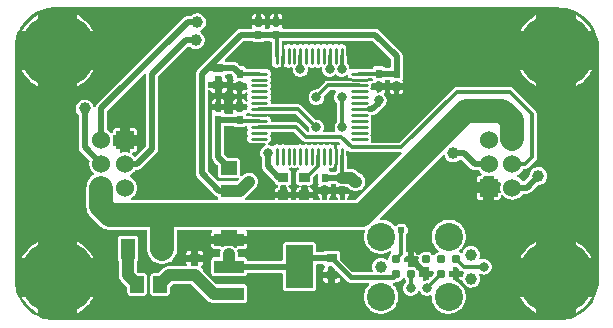
<source format=gtl>
G04 Layer: TopLayer*
G04 EasyEDA v6.4.20.6, 2021-08-21T12:51:08+02:00*
G04 49faa743f6f2471693ae6abc579f8785,21b141c4020943fdbba11dee5124b23b,10*
G04 Gerber Generator version 0.2*
G04 Scale: 100 percent, Rotated: No, Reflected: No *
G04 Dimensions in millimeters *
G04 leading zeros omitted , absolute positions ,4 integer and 5 decimal *
%FSLAX45Y45*%
%MOMM*%

%ADD10C,0.2540*%
%ADD11C,0.5000*%
%ADD12C,0.3000*%
%ADD13C,1.0000*%
%ADD14C,0.4000*%
%ADD15C,2.0000*%
%ADD16C,0.2700*%
%ADD17C,0.8000*%
%ADD18C,0.6100*%
%ADD19R,0.9000X0.8000*%
%ADD20R,0.5400X0.7901*%
%ADD22R,1.3770X1.1325*%
%ADD23R,0.8640X0.8065*%
%ADD24R,2.5000X1.1000*%
%ADD26C,0.7874*%
%ADD27R,1.1901X1.7280*%
%ADD28R,1.5240X1.5240*%
%ADD29C,1.5240*%
%ADD30C,0.9906*%
%ADD31C,2.3749*%
%ADD32C,6.4000*%

%LPD*%
G36*
X1370634Y10197490D02*
G01*
X1345082Y10198455D01*
X1320698Y10201097D01*
X1296517Y10205466D01*
X1272743Y10211562D01*
X1249426Y10219334D01*
X1226718Y10228783D01*
X1204772Y10239806D01*
X1183690Y10252354D01*
X1163523Y10266375D01*
X1144422Y10281818D01*
X1126439Y10298582D01*
X1109726Y10316565D01*
X1094333Y10335717D01*
X1080363Y10355884D01*
X1067866Y10377017D01*
X1056894Y10399014D01*
X1047496Y10421721D01*
X1039774Y10445038D01*
X1033729Y10468813D01*
X1029411Y10492994D01*
X1026769Y10517428D01*
X1025906Y10542219D01*
X1025906Y12500965D01*
X1026820Y12526518D01*
X1029512Y12550902D01*
X1033881Y12575082D01*
X1039977Y12598857D01*
X1047750Y12622174D01*
X1057198Y12644882D01*
X1068222Y12666827D01*
X1080770Y12687909D01*
X1094790Y12708077D01*
X1110234Y12727178D01*
X1126947Y12745161D01*
X1144981Y12761874D01*
X1164082Y12777266D01*
X1184300Y12791236D01*
X1205433Y12803733D01*
X1227378Y12814706D01*
X1250086Y12824104D01*
X1273403Y12831826D01*
X1297228Y12837871D01*
X1321409Y12842189D01*
X1345793Y12844830D01*
X1370634Y12845694D01*
X5629402Y12845694D01*
X5654903Y12844780D01*
X5679338Y12842087D01*
X5703468Y12837718D01*
X5727293Y12831622D01*
X5750560Y12823850D01*
X5773267Y12814401D01*
X5795213Y12803428D01*
X5816295Y12790830D01*
X5836462Y12776809D01*
X5855563Y12761366D01*
X5873546Y12744653D01*
X5890260Y12726619D01*
X5905652Y12707518D01*
X5919622Y12687300D01*
X5932170Y12666167D01*
X5943142Y12644221D01*
X5952490Y12621514D01*
X5960211Y12598196D01*
X5966256Y12574371D01*
X5970625Y12550190D01*
X5973216Y12525705D01*
X5974080Y12500965D01*
X5974080Y10542219D01*
X5973165Y10516717D01*
X5970524Y10492282D01*
X5966104Y10468102D01*
X5960008Y10444327D01*
X5952236Y10421010D01*
X5942838Y10398353D01*
X5931814Y10376408D01*
X5919266Y10355275D01*
X5905195Y10335107D01*
X5889802Y10316006D01*
X5873038Y10298074D01*
X5855055Y10281361D01*
X5835904Y10265968D01*
X5815685Y10251948D01*
X5794552Y10239451D01*
X5772607Y10228478D01*
X5749899Y10219080D01*
X5726582Y10211358D01*
X5702757Y10205313D01*
X5678627Y10200995D01*
X5654192Y10198404D01*
X5629402Y10197490D01*
G37*

%LPC*%
G36*
X4124960Y10251490D02*
G01*
X4141470Y10251948D01*
X4157827Y10254284D01*
X4173778Y10258501D01*
X4189171Y10264495D01*
X4203801Y10272217D01*
X4217416Y10281513D01*
X4229912Y10292334D01*
X4241088Y10304475D01*
X4250791Y10317835D01*
X4258919Y10332262D01*
X4265320Y10347452D01*
X4269994Y10363301D01*
X4272788Y10379557D01*
X4273753Y10396067D01*
X4272788Y10412526D01*
X4269994Y10428833D01*
X4265320Y10444683D01*
X4258919Y10459872D01*
X4250791Y10474248D01*
X4241088Y10487609D01*
X4231487Y10498074D01*
X4229252Y10501884D01*
X4228846Y10506252D01*
X4230370Y10510367D01*
X4233418Y10513466D01*
X4237532Y10514990D01*
X4240174Y10515396D01*
X4246016Y10517174D01*
X4252518Y10520426D01*
X4256633Y10521492D01*
X4263948Y10521797D01*
X4274261Y10523880D01*
X4284065Y10527588D01*
X4293158Y10532872D01*
X4301286Y10539476D01*
X4308246Y10547350D01*
X4310888Y10551515D01*
X4313580Y10554360D01*
X4317136Y10555935D01*
X4320997Y10556087D01*
X4324705Y10554766D01*
X4327601Y10552176D01*
X4334256Y10543286D01*
X4335983Y10541660D01*
X4338269Y10538307D01*
X4339082Y10534345D01*
X4339082Y10526064D01*
X4338269Y10522102D01*
X4335983Y10518749D01*
X4330700Y10513669D01*
X4324350Y10505236D01*
X4319422Y10495838D01*
X4316018Y10485780D01*
X4314342Y10475315D01*
X4314342Y10464698D01*
X4316018Y10454233D01*
X4319422Y10444175D01*
X4324350Y10434777D01*
X4330700Y10426344D01*
X4338320Y10418978D01*
X4347057Y10412933D01*
X4356658Y10408412D01*
X4366818Y10405465D01*
X4377334Y10404195D01*
X4387951Y10404602D01*
X4398314Y10406735D01*
X4408220Y10410494D01*
X4417415Y10415778D01*
X4425645Y10422483D01*
X4432655Y10430408D01*
X4438345Y10439400D01*
X4440529Y10444581D01*
X4442663Y10447731D01*
X4445812Y10449915D01*
X4449521Y10450728D01*
X4453280Y10450169D01*
X4456582Y10448239D01*
X4458919Y10445292D01*
X4464354Y10434777D01*
X4470704Y10426344D01*
X4478324Y10418978D01*
X4487062Y10412933D01*
X4496663Y10408412D01*
X4506823Y10405465D01*
X4517339Y10404195D01*
X4527956Y10404602D01*
X4538319Y10406735D01*
X4542434Y10408310D01*
X4546295Y10408970D01*
X4550105Y10408107D01*
X4553305Y10405872D01*
X4555439Y10402620D01*
X4556201Y10398810D01*
X4556201Y10387787D01*
X4558080Y10371378D01*
X4561840Y10355326D01*
X4567377Y10339730D01*
X4574641Y10324947D01*
X4583582Y10311028D01*
X4594047Y10298277D01*
X4605883Y10286746D01*
X4618939Y10276636D01*
X4633112Y10268153D01*
X4648149Y10261295D01*
X4663846Y10256164D01*
X4680000Y10252913D01*
X4696460Y10251490D01*
X4712970Y10251948D01*
X4729327Y10254284D01*
X4745278Y10258501D01*
X4760671Y10264495D01*
X4775301Y10272217D01*
X4788916Y10281513D01*
X4801412Y10292334D01*
X4812588Y10304475D01*
X4822291Y10317835D01*
X4830419Y10332262D01*
X4836820Y10347452D01*
X4841494Y10363301D01*
X4844288Y10379557D01*
X4845253Y10396067D01*
X4844288Y10412526D01*
X4841494Y10428833D01*
X4836820Y10444683D01*
X4830419Y10459872D01*
X4822291Y10474248D01*
X4812588Y10487609D01*
X4801412Y10499801D01*
X4789068Y10510469D01*
X4786579Y10513771D01*
X4785563Y10517784D01*
X4786122Y10521035D01*
X4783328Y10519359D01*
X4779213Y10518800D01*
X4775250Y10519968D01*
X4760671Y10527639D01*
X4744567Y10533888D01*
X4741164Y10536072D01*
X4738878Y10539374D01*
X4738065Y10543336D01*
X4738065Y10560507D01*
X4710633Y10560507D01*
X4707026Y10561167D01*
X4703876Y10563098D01*
X4701641Y10565942D01*
X4700524Y10569448D01*
X4700778Y10573105D01*
X4701489Y10576102D01*
X4702352Y10586567D01*
X4701489Y10597032D01*
X4700778Y10599978D01*
X4700524Y10603636D01*
X4701641Y10607141D01*
X4703876Y10610037D01*
X4707026Y10611916D01*
X4710633Y10612577D01*
X4738065Y10612577D01*
X4738065Y10639856D01*
X4738776Y10643565D01*
X4740706Y10646714D01*
X4743704Y10649000D01*
X4747310Y10649966D01*
X4761484Y10648340D01*
X4766614Y10648594D01*
X4770729Y10647883D01*
X4774184Y10645597D01*
X4787138Y10632643D01*
X4789373Y10629341D01*
X4790135Y10625480D01*
X4790135Y10612577D01*
X4809439Y10612577D01*
X4812385Y10612170D01*
X4819650Y10609935D01*
X4823612Y10609529D01*
X4827625Y10608259D01*
X4830775Y10605516D01*
X4832553Y10601655D01*
X4832604Y10597489D01*
X4830927Y10593578D01*
X4826304Y10586974D01*
X4821174Y10576661D01*
X4818278Y10567619D01*
X4816195Y10563910D01*
X4812792Y10561421D01*
X4808626Y10560507D01*
X4790135Y10560507D01*
X4790135Y10528909D01*
X4789525Y10525963D01*
X4805781Y10535615D01*
X4809693Y10536021D01*
X4813452Y10534904D01*
X4816500Y10532414D01*
X4818380Y10528960D01*
X4821174Y10520273D01*
X4826304Y10509910D01*
X4832908Y10500461D01*
X4840935Y10492181D01*
X4850130Y10485170D01*
X4860239Y10479633D01*
X4871110Y10475722D01*
X4882438Y10473537D01*
X4893970Y10473080D01*
X4905451Y10474401D01*
X4916576Y10477500D01*
X4927142Y10482224D01*
X4936794Y10488472D01*
X4945430Y10496143D01*
X4952796Y10505084D01*
X4958689Y10514990D01*
X4963007Y10525709D01*
X4965649Y10536936D01*
X4966512Y10548467D01*
X4965649Y10559948D01*
X4963007Y10571226D01*
X4960924Y10576356D01*
X4960162Y10580319D01*
X4961026Y10584281D01*
X4963363Y10587583D01*
X4966817Y10589717D01*
X4970780Y10590326D01*
X4974691Y10589361D01*
X4976672Y10588447D01*
X4986832Y10585450D01*
X4997348Y10584180D01*
X5007965Y10584637D01*
X5018328Y10586720D01*
X5028234Y10590479D01*
X5037429Y10595813D01*
X5045659Y10602518D01*
X5052669Y10610443D01*
X5058359Y10619384D01*
X5062524Y10629138D01*
X5065014Y10639450D01*
X5065877Y10650016D01*
X5065014Y10660583D01*
X5062524Y10670895D01*
X5058359Y10680649D01*
X5052669Y10689590D01*
X5045659Y10697514D01*
X5037429Y10704220D01*
X5028234Y10709554D01*
X5018328Y10713313D01*
X5007965Y10715396D01*
X4997348Y10715853D01*
X4986832Y10714583D01*
X4976672Y10711586D01*
X4974640Y10710672D01*
X4970729Y10709706D01*
X4966766Y10710316D01*
X4963312Y10712450D01*
X4960975Y10715752D01*
X4960112Y10719663D01*
X4960874Y10723626D01*
X4963007Y10728909D01*
X4965649Y10740136D01*
X4966512Y10751667D01*
X4965649Y10763148D01*
X4963007Y10774426D01*
X4958689Y10785094D01*
X4952796Y10795050D01*
X4945430Y10803940D01*
X4936794Y10811611D01*
X4927142Y10817910D01*
X4916576Y10822635D01*
X4905451Y10825683D01*
X4893970Y10827004D01*
X4882438Y10826546D01*
X4871110Y10824362D01*
X4860239Y10820450D01*
X4850130Y10814964D01*
X4840935Y10807954D01*
X4832908Y10799622D01*
X4826304Y10790174D01*
X4821174Y10779861D01*
X4818380Y10771124D01*
X4816500Y10767669D01*
X4813452Y10765231D01*
X4809693Y10764062D01*
X4805781Y10764469D01*
X4792065Y10772495D01*
X4788560Y10774781D01*
X4786274Y10778236D01*
X4785563Y10782300D01*
X4786579Y10786364D01*
X4789068Y10789666D01*
X4801412Y10800334D01*
X4812588Y10812475D01*
X4822291Y10825835D01*
X4830419Y10840262D01*
X4836820Y10855452D01*
X4841494Y10871301D01*
X4844288Y10887557D01*
X4845253Y10904067D01*
X4844288Y10920526D01*
X4841494Y10936833D01*
X4836820Y10952683D01*
X4830419Y10967872D01*
X4822291Y10982248D01*
X4812588Y10995609D01*
X4801412Y11007801D01*
X4788916Y11018570D01*
X4775301Y11027918D01*
X4760671Y11035639D01*
X4745278Y11041634D01*
X4729327Y11045799D01*
X4712970Y11048136D01*
X4696460Y11048644D01*
X4680000Y11047222D01*
X4663846Y11043920D01*
X4648149Y11038840D01*
X4633112Y11031982D01*
X4618939Y11023447D01*
X4605883Y11013338D01*
X4594047Y11001857D01*
X4583582Y10989056D01*
X4574641Y10975187D01*
X4567377Y10960354D01*
X4561840Y10944809D01*
X4558080Y10928705D01*
X4556201Y10912297D01*
X4556201Y10895787D01*
X4558080Y10879378D01*
X4561840Y10863326D01*
X4567377Y10847730D01*
X4574641Y10832947D01*
X4583582Y10819028D01*
X4594047Y10806277D01*
X4605883Y10794746D01*
X4612030Y10789970D01*
X4614722Y10786872D01*
X4615942Y10782960D01*
X4615535Y10778845D01*
X4613503Y10775238D01*
X4610201Y10772749D01*
X4604461Y10770057D01*
X4595825Y10764113D01*
X4588256Y10756798D01*
X4581601Y10747959D01*
X4578705Y10745317D01*
X4574997Y10743996D01*
X4571136Y10744149D01*
X4567580Y10745774D01*
X4564888Y10748619D01*
X4562246Y10752734D01*
X4555286Y10760608D01*
X4547158Y10767263D01*
X4538065Y10772495D01*
X4528261Y10776204D01*
X4517948Y10778337D01*
X4507484Y10778744D01*
X4497070Y10777474D01*
X4486960Y10774578D01*
X4477461Y10770057D01*
X4468825Y10764113D01*
X4461256Y10756798D01*
X4454601Y10747959D01*
X4451705Y10745317D01*
X4447997Y10743996D01*
X4444136Y10744149D01*
X4440580Y10745774D01*
X4437888Y10748619D01*
X4435246Y10752734D01*
X4428286Y10760608D01*
X4420158Y10767263D01*
X4411065Y10772495D01*
X4409135Y10773257D01*
X4409135Y10739577D01*
X4436516Y10739577D01*
X4440783Y10738662D01*
X4444238Y10736021D01*
X4446270Y10732160D01*
X4446524Y10727791D01*
X4445050Y10718800D01*
X4445050Y10708284D01*
X4446524Y10699292D01*
X4446270Y10694974D01*
X4444238Y10691114D01*
X4440783Y10688472D01*
X4436516Y10687507D01*
X4409135Y10687507D01*
X4409135Y10660075D01*
X4408170Y10655706D01*
X4405376Y10652201D01*
X4401413Y10650169D01*
X4396943Y10650118D01*
X4390948Y10651337D01*
X4380484Y10651744D01*
X4366310Y10650118D01*
X4362704Y10651134D01*
X4359706Y10653369D01*
X4357776Y10656570D01*
X4357065Y10660227D01*
X4357065Y10687507D01*
X4329633Y10687507D01*
X4326026Y10688167D01*
X4322876Y10690098D01*
X4320641Y10692942D01*
X4319524Y10696448D01*
X4319778Y10700105D01*
X4320489Y10703102D01*
X4321352Y10713567D01*
X4321149Y10715701D01*
X4321759Y10720019D01*
X4324096Y10723727D01*
X4328566Y10728147D01*
X4334764Y10735818D01*
X4338269Y10738612D01*
X4342638Y10739577D01*
X4357065Y10739577D01*
X4357065Y10773206D01*
X4355439Y10772394D01*
X4351477Y10771428D01*
X4347464Y10772089D01*
X4344009Y10774273D01*
X4341723Y10777626D01*
X4340910Y10781588D01*
X4340910Y10917326D01*
X4341368Y10920374D01*
X4342739Y10923168D01*
X4348835Y10931804D01*
X4352950Y10940745D01*
X4355490Y10950194D01*
X4356354Y10959998D01*
X4355490Y10969802D01*
X4352950Y10979302D01*
X4348835Y10988192D01*
X4343196Y10996218D01*
X4336237Y11003178D01*
X4328210Y11008817D01*
X4319270Y11012982D01*
X4309770Y11015522D01*
X4300016Y11016386D01*
X4290212Y11015522D01*
X4280712Y11012982D01*
X4271822Y11008817D01*
X4263796Y11003229D01*
X4255922Y10995202D01*
X4252518Y10992916D01*
X4248505Y10992154D01*
X4244492Y10993069D01*
X4241190Y10995456D01*
X4229912Y11007801D01*
X4217416Y11018570D01*
X4203801Y11027918D01*
X4189171Y11035639D01*
X4173778Y11041634D01*
X4157827Y11045799D01*
X4141470Y11048136D01*
X4126179Y11048593D01*
X4122369Y11049457D01*
X4119168Y11051692D01*
X4117035Y11054994D01*
X4116324Y11058855D01*
X4117136Y11062665D01*
X4119321Y11065916D01*
X4649470Y11596116D01*
X4652924Y11598402D01*
X4656988Y11599062D01*
X4661001Y11598097D01*
X4664303Y11595608D01*
X4666335Y11592001D01*
X4669637Y11581638D01*
X4674768Y11571224D01*
X4681474Y11561724D01*
X4689500Y11553342D01*
X4698746Y11546332D01*
X4708956Y11540794D01*
X4719878Y11536832D01*
X4731308Y11534648D01*
X4742891Y11534190D01*
X4754422Y11535511D01*
X4765649Y11538610D01*
X4776266Y11543334D01*
X4785969Y11549684D01*
X4793691Y11556542D01*
X4796840Y11558422D01*
X4800447Y11559082D01*
X4804714Y11559082D01*
X4808626Y11558320D01*
X4811877Y11556136D01*
X4883861Y11484152D01*
X4887315Y11481003D01*
X4890820Y11478310D01*
X4894580Y11475923D01*
X4898491Y11473891D01*
X4902606Y11472164D01*
X4906822Y11470843D01*
X4911191Y11469878D01*
X4915560Y11469319D01*
X4920234Y11469116D01*
X4945837Y11469116D01*
X4948986Y11468608D01*
X4951780Y11467185D01*
X4954016Y11464950D01*
X4962042Y11454079D01*
X4971542Y11444274D01*
X4976672Y11440261D01*
X4979314Y11437061D01*
X4980482Y11433048D01*
X4979974Y11428933D01*
X4977790Y11425377D01*
X4974437Y11422989D01*
X4970373Y11422126D01*
X4964379Y11422126D01*
X4958029Y11421414D01*
X4952593Y11419484D01*
X4947666Y11416436D01*
X4943602Y11412321D01*
X4940503Y11407444D01*
X4938623Y11401958D01*
X4937912Y11395659D01*
X4937912Y11364468D01*
X4995570Y11364468D01*
X4995570Y11413236D01*
X4996230Y11416893D01*
X4998161Y11420094D01*
X5001107Y11422329D01*
X5004714Y11423345D01*
X5008372Y11423040D01*
X5019649Y11419992D01*
X5033162Y11418163D01*
X5046827Y11418163D01*
X5060340Y11419992D01*
X5071618Y11423040D01*
X5075326Y11423345D01*
X5078882Y11422329D01*
X5081828Y11420094D01*
X5083759Y11416893D01*
X5084470Y11413236D01*
X5084470Y11364468D01*
X5133340Y11364468D01*
X5137048Y11363756D01*
X5140248Y11361724D01*
X5142534Y11358676D01*
X5143500Y11355019D01*
X5143042Y11351310D01*
X5140706Y11343690D01*
X5138420Y11330228D01*
X5137962Y11316614D01*
X5139334Y11303050D01*
X5142636Y11289385D01*
X5143347Y11285524D01*
X5142484Y11281664D01*
X5140299Y11278463D01*
X5136997Y11276330D01*
X5133187Y11275568D01*
X5084470Y11275568D01*
X5084470Y11217910D01*
X5115610Y11217910D01*
X5121960Y11218621D01*
X5127396Y11220500D01*
X5132324Y11223599D01*
X5136388Y11227714D01*
X5139486Y11232591D01*
X5141417Y11238077D01*
X5142128Y11244376D01*
X5142128Y11250218D01*
X5142992Y11254333D01*
X5145430Y11257788D01*
X5149088Y11259870D01*
X5153304Y11260328D01*
X5157317Y11259058D01*
X5160467Y11256264D01*
X5162042Y11254079D01*
X5171541Y11244275D01*
X5182209Y11235842D01*
X5193944Y11228882D01*
X5206492Y11223548D01*
X5219649Y11219992D01*
X5233162Y11218164D01*
X5246827Y11218164D01*
X5260340Y11219992D01*
X5273497Y11223548D01*
X5286044Y11228882D01*
X5297779Y11235842D01*
X5308498Y11244275D01*
X5317947Y11254079D01*
X5325973Y11264950D01*
X5328208Y11267186D01*
X5331053Y11268608D01*
X5334152Y11269116D01*
X5359806Y11269116D01*
X5364480Y11269319D01*
X5368848Y11269878D01*
X5373217Y11270843D01*
X5377434Y11272164D01*
X5381548Y11273891D01*
X5385460Y11275923D01*
X5389219Y11278311D01*
X5392724Y11281003D01*
X5396179Y11284153D01*
X5453278Y11341303D01*
X5456783Y11343538D01*
X5460847Y11344249D01*
X5462930Y11344148D01*
X5474462Y11345519D01*
X5485638Y11348567D01*
X5496255Y11353342D01*
X5506008Y11359642D01*
X5514695Y11367363D01*
X5522061Y11376355D01*
X5528005Y11386312D01*
X5532374Y11397081D01*
X5535015Y11408410D01*
X5535879Y11419992D01*
X5535015Y11431574D01*
X5532374Y11442903D01*
X5528005Y11453672D01*
X5522061Y11463629D01*
X5514695Y11472621D01*
X5506008Y11480342D01*
X5496255Y11486642D01*
X5485638Y11491417D01*
X5474462Y11494465D01*
X5462930Y11495836D01*
X5451297Y11495379D01*
X5439918Y11493144D01*
X5428945Y11489232D01*
X5418785Y11483695D01*
X5409539Y11476634D01*
X5401462Y11468252D01*
X5394807Y11458752D01*
X5389626Y11448338D01*
X5386120Y11437264D01*
X5384342Y11425783D01*
X5384342Y11420551D01*
X5383580Y11416639D01*
X5381396Y11413337D01*
X5341924Y11373916D01*
X5338622Y11371681D01*
X5333898Y11370919D01*
X5330596Y11371478D01*
X5327599Y11373104D01*
X5325364Y11375593D01*
X5322163Y11380571D01*
X5313375Y11390985D01*
X5303266Y11400129D01*
X5292039Y11407851D01*
X5286146Y11410797D01*
X5282793Y11413540D01*
X5280914Y11417401D01*
X5280761Y11421719D01*
X5282387Y11425682D01*
X5285587Y11428628D01*
X5297779Y11435842D01*
X5308498Y11444274D01*
X5317947Y11454079D01*
X5326024Y11465052D01*
X5330799Y11473738D01*
X5333034Y11476532D01*
X5336133Y11478361D01*
X5339689Y11479022D01*
X5349494Y11479022D01*
X5357977Y11479834D01*
X5365648Y11482171D01*
X5372709Y11485930D01*
X5379262Y11491315D01*
X5438597Y11550904D01*
X5443931Y11557406D01*
X5447690Y11564467D01*
X5450027Y11572138D01*
X5450840Y11580622D01*
X5450840Y11939524D01*
X5450027Y11948007D01*
X5447690Y11955678D01*
X5443931Y11962739D01*
X5438495Y11969292D01*
X5249214Y12158573D01*
X5242661Y12164009D01*
X5235600Y12167768D01*
X5227929Y12170105D01*
X5219446Y12170918D01*
X4770628Y12170918D01*
X4762144Y12170105D01*
X4754473Y12167768D01*
X4747412Y12164009D01*
X4740859Y12158573D01*
X4286250Y11704015D01*
X4282948Y11701780D01*
X4279087Y11701018D01*
X4049674Y11701018D01*
X4045610Y11701881D01*
X4042257Y11704320D01*
X4040073Y11707876D01*
X4039565Y11711990D01*
X4040733Y11716004D01*
X4042867Y11719915D01*
X4045102Y11727332D01*
X4045864Y11735003D01*
X4045102Y11742674D01*
X4042867Y11750040D01*
X4040073Y11755221D01*
X4039006Y11758371D01*
X4039006Y11761673D01*
X4040073Y11764822D01*
X4042867Y11769953D01*
X4045102Y11777319D01*
X4045864Y11785041D01*
X4045102Y11792712D01*
X4042867Y11800078D01*
X4040124Y11805208D01*
X4039057Y11808358D01*
X4039057Y11811660D01*
X4040124Y11814810D01*
X4042867Y11819940D01*
X4045102Y11827306D01*
X4045864Y11834977D01*
X4045102Y11842699D01*
X4042867Y11850065D01*
X4040073Y11855196D01*
X4039006Y11858345D01*
X4039006Y11861647D01*
X4040073Y11864797D01*
X4042867Y11869978D01*
X4045102Y11877344D01*
X4045864Y11885015D01*
X4045102Y11892686D01*
X4042867Y11900103D01*
X4040124Y11905234D01*
X4039057Y11908332D01*
X4039057Y11911685D01*
X4040124Y11914784D01*
X4042867Y11919915D01*
X4044950Y11926874D01*
X4046931Y11930532D01*
X4050233Y11933072D01*
X4054246Y11934088D01*
X4059478Y11934291D01*
X4063847Y11934901D01*
X4068165Y11935866D01*
X4072432Y11937187D01*
X4076496Y11938863D01*
X4080459Y11940946D01*
X4084218Y11943334D01*
X4087723Y11946026D01*
X4091178Y11949176D01*
X4145686Y12003684D01*
X4148175Y12006427D01*
X4155643Y12012472D01*
X4162653Y12020397D01*
X4168343Y12029389D01*
X4172508Y12039142D01*
X4174998Y12049404D01*
X4175861Y12059970D01*
X4174998Y12070588D01*
X4172508Y12080849D01*
X4168343Y12090603D01*
X4162653Y12099594D01*
X4156913Y12106097D01*
X4154982Y12109297D01*
X4154373Y12113056D01*
X4155135Y12116714D01*
X4160265Y12124791D01*
X4162196Y12130227D01*
X4162907Y12136577D01*
X4162907Y12149378D01*
X4129836Y12149378D01*
X4129836Y12135408D01*
X4129024Y12131395D01*
X4126687Y12128042D01*
X4123232Y12125909D01*
X4119219Y12125248D01*
X4107332Y12125807D01*
X4101541Y12125096D01*
X4097274Y12125502D01*
X4093565Y12127585D01*
X4091025Y12131040D01*
X4090162Y12135205D01*
X4090162Y12149378D01*
X4049268Y12149378D01*
X4045712Y12150039D01*
X4042613Y12151918D01*
X4040073Y12155220D01*
X4039006Y12158370D01*
X4039006Y12161672D01*
X4040073Y12164771D01*
X4042867Y12169952D01*
X4045102Y12177318D01*
X4045864Y12185040D01*
X4045305Y12190425D01*
X4045762Y12194641D01*
X4047896Y12198248D01*
X4051300Y12200737D01*
X4055414Y12201601D01*
X4090162Y12201601D01*
X4090162Y12208916D01*
X4090924Y12212828D01*
X4093108Y12216130D01*
X4096410Y12218314D01*
X4100322Y12219076D01*
X4119676Y12219076D01*
X4123588Y12218314D01*
X4126890Y12216130D01*
X4129074Y12212828D01*
X4129836Y12208916D01*
X4129836Y12201601D01*
X4162907Y12201601D01*
X4162907Y12214352D01*
X4161942Y12222175D01*
X4162298Y12226442D01*
X4164380Y12230150D01*
X4167835Y12232690D01*
X4172000Y12233605D01*
X4197959Y12233605D01*
X4202176Y12232690D01*
X4205579Y12230150D01*
X4207713Y12226442D01*
X4208068Y12222175D01*
X4207103Y12214352D01*
X4207103Y12201601D01*
X4240174Y12201601D01*
X4240174Y12208916D01*
X4240936Y12212828D01*
X4243120Y12216130D01*
X4246422Y12218314D01*
X4250334Y12219076D01*
X4269689Y12219076D01*
X4273600Y12218314D01*
X4276852Y12216130D01*
X4279087Y12212828D01*
X4279849Y12208916D01*
X4279849Y12201601D01*
X4312920Y12201601D01*
X4312920Y12214453D01*
X4312208Y12220752D01*
X4310126Y12226645D01*
X4309567Y12229998D01*
X4310126Y12233351D01*
X4312208Y12239244D01*
X4312920Y12245594D01*
X4312920Y12323470D01*
X4312208Y12329769D01*
X4310888Y12335154D01*
X4310888Y12429794D01*
X4310684Y12434417D01*
X4310126Y12438837D01*
X4309160Y12443155D01*
X4307840Y12447422D01*
X4306112Y12451537D01*
X4304080Y12455448D01*
X4301693Y12459208D01*
X4299000Y12462713D01*
X4295851Y12466167D01*
X4110685Y12651333D01*
X4107230Y12654483D01*
X4103725Y12657175D01*
X4099966Y12659563D01*
X4096004Y12661646D01*
X4091940Y12663322D01*
X4087672Y12664643D01*
X4083354Y12665608D01*
X4078935Y12666218D01*
X4074261Y12666421D01*
X3302000Y12666421D01*
X3297834Y12667284D01*
X3294379Y12669824D01*
X3292297Y12673584D01*
X3291941Y12677800D01*
X3292906Y12685623D01*
X3292906Y12698425D01*
X3259836Y12698425D01*
X3259836Y12691059D01*
X3259074Y12687198D01*
X3256889Y12683896D01*
X3253587Y12681712D01*
X3249676Y12680899D01*
X3230321Y12680899D01*
X3226409Y12681712D01*
X3223107Y12683896D01*
X3220923Y12687198D01*
X3220161Y12691059D01*
X3220161Y12698425D01*
X3187090Y12698425D01*
X3187090Y12685623D01*
X3188055Y12677800D01*
X3187700Y12673584D01*
X3185617Y12669824D01*
X3182162Y12667284D01*
X3177997Y12666421D01*
X3152038Y12666421D01*
X3147822Y12667284D01*
X3144418Y12669824D01*
X3142335Y12673584D01*
X3141929Y12677800D01*
X3142894Y12685623D01*
X3142894Y12698425D01*
X3109874Y12698425D01*
X3109874Y12691059D01*
X3109061Y12687198D01*
X3106877Y12683896D01*
X3103575Y12681712D01*
X3099714Y12680899D01*
X3080308Y12680899D01*
X3076448Y12681712D01*
X3073146Y12683896D01*
X3070910Y12687198D01*
X3070148Y12691059D01*
X3070148Y12698425D01*
X3037078Y12698425D01*
X3037078Y12685623D01*
X3038043Y12677800D01*
X3037687Y12673584D01*
X3035604Y12669824D01*
X3032150Y12667284D01*
X3027984Y12666421D01*
X2945942Y12666421D01*
X2941269Y12666218D01*
X2936900Y12665608D01*
X2932531Y12664643D01*
X2928315Y12663322D01*
X2924200Y12661646D01*
X2920288Y12659563D01*
X2916529Y12657175D01*
X2913024Y12654483D01*
X2909570Y12651333D01*
X2574239Y12316053D01*
X2571089Y12312599D01*
X2568397Y12309094D01*
X2566009Y12305334D01*
X2563977Y12301372D01*
X2562250Y12297308D01*
X2560929Y12293041D01*
X2559964Y12288723D01*
X2559405Y12284303D01*
X2559202Y12279680D01*
X2559304Y11435689D01*
X2560878Y11426850D01*
X2563977Y11418316D01*
X2566009Y11414455D01*
X2568295Y11410797D01*
X2571089Y11407190D01*
X2574188Y11403838D01*
X2720492Y11257534D01*
X2723896Y11254384D01*
X2727452Y11251692D01*
X2731160Y11249304D01*
X2735072Y11247272D01*
X2738983Y11245697D01*
X2742031Y11243767D01*
X2744216Y11240871D01*
X2745232Y11237417D01*
X2745943Y11231016D01*
X2746552Y11229340D01*
X2747111Y11225530D01*
X2746197Y11221770D01*
X2743962Y11218621D01*
X2740710Y11216538D01*
X2736951Y11215776D01*
X2020925Y11215776D01*
X2016760Y11216690D01*
X2013305Y11219230D01*
X2011222Y11222939D01*
X2010867Y11227206D01*
X2012238Y11231219D01*
X2015185Y11234318D01*
X2023262Y11239906D01*
X2033371Y11249050D01*
X2042210Y11259464D01*
X2049525Y11270945D01*
X2055266Y11283340D01*
X2059330Y11296345D01*
X2061565Y11309807D01*
X2062022Y11323421D01*
X2060651Y11336985D01*
X2057501Y11350244D01*
X2052624Y11362994D01*
X2046071Y11374932D01*
X2037943Y11385905D01*
X2028494Y11395710D01*
X2017775Y11404193D01*
X2005584Y11411407D01*
X2002383Y11414353D01*
X2000757Y11418316D01*
X2000910Y11422634D01*
X2002789Y11426494D01*
X2006142Y11429187D01*
X2012035Y11432184D01*
X2023262Y11439906D01*
X2033371Y11449050D01*
X2042210Y11459464D01*
X2045309Y11464290D01*
X2047544Y11466830D01*
X2050542Y11468455D01*
X2053843Y11469014D01*
X2064359Y11469217D01*
X2068779Y11469776D01*
X2073097Y11470741D01*
X2077364Y11472062D01*
X2081428Y11473789D01*
X2085390Y11475821D01*
X2089150Y11478209D01*
X2092655Y11480901D01*
X2096109Y11484051D01*
X2225852Y11613794D01*
X2229002Y11617248D01*
X2231694Y11620754D01*
X2234082Y11624513D01*
X2236114Y11628475D01*
X2237841Y11632539D01*
X2239162Y11636806D01*
X2240127Y11641124D01*
X2240686Y11645544D01*
X2240889Y11650167D01*
X2240889Y12254585D01*
X2241651Y12258497D01*
X2243886Y12261748D01*
X2495296Y12513208D01*
X2498293Y12515291D01*
X2501849Y12516154D01*
X2505456Y12515748D01*
X2508707Y12514072D01*
X2518765Y12506299D01*
X2528976Y12500762D01*
X2539898Y12496850D01*
X2551328Y12494615D01*
X2562910Y12494158D01*
X2574442Y12495530D01*
X2585669Y12498578D01*
X2596286Y12503353D01*
X2605989Y12509652D01*
X2614676Y12517374D01*
X2622092Y12526365D01*
X2628036Y12536322D01*
X2632354Y12547092D01*
X2634996Y12558420D01*
X2635910Y12570002D01*
X2634996Y12581585D01*
X2632354Y12592913D01*
X2628036Y12603683D01*
X2622092Y12613640D01*
X2614676Y12622631D01*
X2605989Y12630353D01*
X2600807Y12633706D01*
X2597759Y12636804D01*
X2596235Y12640868D01*
X2596591Y12645186D01*
X2598674Y12648946D01*
X2602179Y12651536D01*
X2606243Y12653365D01*
X2615996Y12659664D01*
X2624683Y12667386D01*
X2632049Y12676378D01*
X2637993Y12686334D01*
X2642362Y12697104D01*
X2645003Y12708432D01*
X2645867Y12720015D01*
X2645003Y12731597D01*
X2642362Y12742926D01*
X2637993Y12753695D01*
X2632049Y12763652D01*
X2624683Y12772644D01*
X2615996Y12780365D01*
X2606243Y12786664D01*
X2595626Y12791440D01*
X2584450Y12794488D01*
X2572918Y12795859D01*
X2561285Y12795402D01*
X2549906Y12793167D01*
X2538933Y12789255D01*
X2528773Y12783718D01*
X2519527Y12776657D01*
X2517038Y12774066D01*
X2513685Y12771780D01*
X2509723Y12770967D01*
X2490165Y12770967D01*
X2485542Y12770764D01*
X2481122Y12770205D01*
X2476804Y12769240D01*
X2472537Y12767919D01*
X2468473Y12766192D01*
X2464511Y12764160D01*
X2460752Y12761772D01*
X2457246Y12759080D01*
X2453792Y12755930D01*
X1724101Y12026239D01*
X1720951Y12022785D01*
X1718259Y12019280D01*
X1715871Y12015520D01*
X1713839Y12011558D01*
X1712417Y12008154D01*
X1710029Y12004649D01*
X1706422Y12002465D01*
X1702206Y12001906D01*
X1698142Y12003125D01*
X1694942Y12005868D01*
X1693113Y12009729D01*
X1692351Y12013082D01*
X1687982Y12023852D01*
X1682089Y12033859D01*
X1674672Y12042800D01*
X1665986Y12050572D01*
X1656232Y12056872D01*
X1645666Y12061596D01*
X1634439Y12064695D01*
X1622907Y12066016D01*
X1611325Y12065609D01*
X1599895Y12063374D01*
X1588973Y12059462D01*
X1578762Y12053874D01*
X1569516Y12046864D01*
X1561439Y12038482D01*
X1554784Y12028982D01*
X1549603Y12018568D01*
X1546098Y12007494D01*
X1544370Y11996013D01*
X1544370Y11984380D01*
X1546098Y11972899D01*
X1549603Y11961825D01*
X1554784Y11951411D01*
X1561439Y11941911D01*
X1566265Y11936933D01*
X1568348Y11933682D01*
X1569110Y11929922D01*
X1569110Y11660225D01*
X1569313Y11655450D01*
X1569872Y11651183D01*
X1570837Y11646712D01*
X1572158Y11642598D01*
X1573834Y11638534D01*
X1578356Y11630710D01*
X1584350Y11623548D01*
X1657553Y11550345D01*
X1659534Y11547551D01*
X1660448Y11544249D01*
X1660245Y11540794D01*
X1659331Y11536984D01*
X1657959Y11523421D01*
X1658416Y11509806D01*
X1660702Y11496344D01*
X1664716Y11483340D01*
X1670456Y11470944D01*
X1677822Y11459464D01*
X1686610Y11449050D01*
X1694078Y11442293D01*
X1696364Y11439296D01*
X1697380Y11435689D01*
X1697024Y11431930D01*
X1695297Y11428577D01*
X1692503Y11426088D01*
X1688439Y11423599D01*
X1676501Y11414252D01*
X1665732Y11403482D01*
X1656384Y11391544D01*
X1648510Y11378539D01*
X1642262Y11364671D01*
X1637741Y11350142D01*
X1634998Y11335207D01*
X1634083Y11319713D01*
X1634083Y11160150D01*
X1634286Y11152378D01*
X1634998Y11144808D01*
X1636115Y11137290D01*
X1637741Y11129873D01*
X1639773Y11122558D01*
X1642262Y11115344D01*
X1645157Y11108334D01*
X1648460Y11101476D01*
X1652219Y11094872D01*
X1656334Y11088471D01*
X1660855Y11082375D01*
X1665732Y11076533D01*
X1671066Y11070844D01*
X1740916Y11000994D01*
X1746605Y10995660D01*
X1752447Y10990783D01*
X1758543Y10986262D01*
X1764944Y10982147D01*
X1771548Y10978388D01*
X1778406Y10975086D01*
X1785416Y10972190D01*
X1792630Y10969701D01*
X1799945Y10967669D01*
X1807362Y10966043D01*
X1814880Y10964926D01*
X1822450Y10964214D01*
X1830222Y10963960D01*
X2138426Y10963960D01*
X2142337Y10963198D01*
X2145588Y10961014D01*
X2147824Y10957712D01*
X2148586Y10953800D01*
X2148586Y10800334D01*
X2149500Y10784840D01*
X2152243Y10769854D01*
X2156764Y10755376D01*
X2163013Y10741507D01*
X2170887Y10728502D01*
X2180285Y10716514D01*
X2188616Y10708132D01*
X2191054Y10704322D01*
X2191715Y10702391D01*
X2194814Y10697514D01*
X2198878Y10693400D01*
X2203805Y10690301D01*
X2209190Y10688421D01*
X2216708Y10687659D01*
X2219858Y10686796D01*
X2229866Y10682274D01*
X2244344Y10677753D01*
X2259330Y10675010D01*
X2274468Y10674096D01*
X2289657Y10675010D01*
X2304643Y10677753D01*
X2319121Y10682274D01*
X2329129Y10686796D01*
X2332278Y10687659D01*
X2339797Y10688421D01*
X2345232Y10690301D01*
X2350109Y10693400D01*
X2354224Y10697514D01*
X2357272Y10702391D01*
X2358948Y10706404D01*
X2360371Y10708182D01*
X2368702Y10716514D01*
X2378100Y10728502D01*
X2385974Y10741507D01*
X2392222Y10755376D01*
X2396744Y10769854D01*
X2399487Y10784840D01*
X2400401Y10800334D01*
X2400401Y10953800D01*
X2401163Y10957712D01*
X2403398Y10961014D01*
X2406650Y10963198D01*
X2410561Y10963960D01*
X2687574Y10963960D01*
X2691790Y10963097D01*
X2695244Y10960506D01*
X2697276Y10956747D01*
X2697632Y10952480D01*
X2696159Y10948416D01*
X2694838Y10946282D01*
X2692908Y10940796D01*
X2692196Y10934496D01*
X2692196Y10913922D01*
X2774238Y10913922D01*
X2774238Y10953800D01*
X2775051Y10957712D01*
X2777236Y10961014D01*
X2780538Y10963198D01*
X2784398Y10963960D01*
X2901797Y10963960D01*
X2905658Y10963198D01*
X2908960Y10961014D01*
X2911195Y10957712D01*
X2911957Y10953800D01*
X2911957Y10913922D01*
X2993999Y10913922D01*
X2993999Y10934496D01*
X2993288Y10940796D01*
X2991408Y10946282D01*
X2990037Y10948416D01*
X2988564Y10952480D01*
X2988919Y10956747D01*
X2991002Y10960506D01*
X2994456Y10963097D01*
X2998622Y10963960D01*
X3965041Y10963960D01*
X3972763Y10964214D01*
X3982161Y10965180D01*
X3986225Y10964773D01*
X3989781Y10962792D01*
X3992270Y10959592D01*
X3993337Y10955680D01*
X3992778Y10951667D01*
X3990340Y10944809D01*
X3986580Y10928705D01*
X3984701Y10912297D01*
X3984701Y10895787D01*
X3986580Y10879378D01*
X3990340Y10863326D01*
X3995877Y10847730D01*
X4003141Y10832947D01*
X4012082Y10819028D01*
X4022547Y10806277D01*
X4034383Y10794746D01*
X4047439Y10784636D01*
X4061612Y10776153D01*
X4076649Y10769295D01*
X4092346Y10764164D01*
X4108500Y10760913D01*
X4124960Y10759490D01*
X4141470Y10759948D01*
X4157827Y10762284D01*
X4173778Y10766501D01*
X4189171Y10772495D01*
X4201668Y10779099D01*
X4205630Y10780217D01*
X4209745Y10779709D01*
X4213250Y10777575D01*
X4215688Y10774222D01*
X4216552Y10770209D01*
X4215790Y10766145D01*
X4213453Y10762742D01*
X4207256Y10756798D01*
X4200956Y10748416D01*
X4196080Y10739120D01*
X4192727Y10729163D01*
X4191050Y10718190D01*
X4190136Y10713974D01*
X4187545Y10710519D01*
X4183735Y10708436D01*
X4179417Y10708132D01*
X4175404Y10709656D01*
X4165142Y10716310D01*
X4154576Y10721035D01*
X4143451Y10724083D01*
X4131970Y10725404D01*
X4120438Y10724946D01*
X4109110Y10722762D01*
X4098239Y10718850D01*
X4088129Y10713364D01*
X4078935Y10706354D01*
X4070908Y10698022D01*
X4064304Y10688574D01*
X4059174Y10678261D01*
X4055668Y10667238D01*
X4053890Y10655808D01*
X4053890Y10644276D01*
X4055668Y10632897D01*
X4060850Y10616641D01*
X4060240Y10612577D01*
X4058056Y10609072D01*
X4054703Y10606735D01*
X4050690Y10605922D01*
X3893210Y10605922D01*
X3889349Y10606684D01*
X3886047Y10608868D01*
X3783888Y10711027D01*
X3781704Y10714329D01*
X3780891Y10718241D01*
X3780891Y10759440D01*
X3780180Y10765739D01*
X3778300Y10771225D01*
X3775201Y10776102D01*
X3771137Y10780217D01*
X3766210Y10783265D01*
X3760774Y10785195D01*
X3754424Y10785906D01*
X3665575Y10785906D01*
X3659276Y10785195D01*
X3653790Y10783265D01*
X3648913Y10780217D01*
X3642258Y10773156D01*
X3639261Y10771479D01*
X3635908Y10770920D01*
X3590188Y10770920D01*
X3586276Y10771682D01*
X3582974Y10773918D01*
X3580790Y10777169D01*
X3580028Y10781080D01*
X3580028Y10829493D01*
X3579317Y10835792D01*
X3577386Y10841278D01*
X3574287Y10846155D01*
X3570224Y10850270D01*
X3565296Y10853318D01*
X3559860Y10855248D01*
X3553510Y10855960D01*
X3320694Y10855960D01*
X3314344Y10855248D01*
X3308908Y10853318D01*
X3303981Y10850270D01*
X3299917Y10846155D01*
X3296818Y10841278D01*
X3294887Y10835792D01*
X3294176Y10829493D01*
X3294176Y10711129D01*
X3293414Y10707217D01*
X3291230Y10703915D01*
X3287928Y10701731D01*
X3284016Y10700969D01*
X3003499Y10700969D01*
X2999841Y10701629D01*
X2996692Y10703560D01*
X2994456Y10706455D01*
X2993288Y10710824D01*
X2991408Y10716260D01*
X2988310Y10721187D01*
X2984195Y10725251D01*
X2979318Y10728350D01*
X2973832Y10730230D01*
X2967532Y10730941D01*
X2926080Y10730941D01*
X2922168Y10731754D01*
X2918866Y10733938D01*
X2916682Y10737240D01*
X2915920Y10741101D01*
X2915920Y10759236D01*
X2915056Y10770920D01*
X2912516Y10781944D01*
X2911195Y10785297D01*
X2910484Y10789158D01*
X2911297Y10792968D01*
X2913532Y10796219D01*
X2916834Y10798403D01*
X2920644Y10799165D01*
X2967532Y10799165D01*
X2973832Y10799876D01*
X2979318Y10801756D01*
X2984195Y10804855D01*
X2988310Y10808919D01*
X2991408Y10813846D01*
X2993288Y10819282D01*
X2993999Y10825632D01*
X2993999Y10846206D01*
X2911957Y10846206D01*
X2911957Y10819485D01*
X2911195Y10815675D01*
X2909112Y10812424D01*
X2905963Y10810189D01*
X2902204Y10809325D01*
X2898343Y10809884D01*
X2895041Y10811865D01*
X2885998Y10819942D01*
X2876245Y10826242D01*
X2865577Y10831017D01*
X2856687Y10833658D01*
X2845460Y10835284D01*
X2843123Y10835436D01*
X2834132Y10835284D01*
X2831490Y10835030D01*
X2822956Y10833557D01*
X2820060Y10832846D01*
X2812135Y10830204D01*
X2809087Y10828934D01*
X2801924Y10825276D01*
X2798826Y10823346D01*
X2790952Y10817504D01*
X2787650Y10815624D01*
X2783840Y10815116D01*
X2780131Y10816031D01*
X2777032Y10818266D01*
X2774950Y10821517D01*
X2774238Y10825276D01*
X2774238Y10846206D01*
X2692196Y10846206D01*
X2692196Y10825632D01*
X2692908Y10819282D01*
X2694838Y10813846D01*
X2697886Y10808919D01*
X2702001Y10804855D01*
X2706878Y10801756D01*
X2712364Y10799876D01*
X2718663Y10799165D01*
X2759202Y10799165D01*
X2762961Y10798403D01*
X2766212Y10796320D01*
X2768447Y10793171D01*
X2769311Y10789412D01*
X2768752Y10785602D01*
X2767482Y10781944D01*
X2766110Y10776915D01*
X2764942Y10770870D01*
X2764332Y10765434D01*
X2764078Y10759389D01*
X2764078Y10741101D01*
X2763316Y10737240D01*
X2761132Y10733938D01*
X2757830Y10731754D01*
X2753918Y10730941D01*
X2718663Y10730941D01*
X2712364Y10730230D01*
X2706878Y10728350D01*
X2702001Y10725251D01*
X2697886Y10721187D01*
X2694838Y10716260D01*
X2692908Y10710824D01*
X2692196Y10704474D01*
X2692196Y10595610D01*
X2692908Y10589310D01*
X2694838Y10583824D01*
X2697886Y10578947D01*
X2702001Y10574832D01*
X2706878Y10571784D01*
X2712364Y10569854D01*
X2718663Y10569143D01*
X2967532Y10569143D01*
X2973832Y10569854D01*
X2979318Y10571784D01*
X2984195Y10574832D01*
X2988310Y10578947D01*
X2991408Y10583824D01*
X2994456Y10593628D01*
X2996692Y10596575D01*
X2999841Y10598454D01*
X3003499Y10599166D01*
X3284016Y10599166D01*
X3287928Y10598353D01*
X3291230Y10596168D01*
X3293414Y10592866D01*
X3294176Y10589006D01*
X3294176Y10470642D01*
X3294887Y10464292D01*
X3296818Y10458856D01*
X3299917Y10453928D01*
X3303981Y10449864D01*
X3308908Y10446766D01*
X3314344Y10444835D01*
X3320694Y10444124D01*
X3553510Y10444124D01*
X3559860Y10444835D01*
X3565296Y10446766D01*
X3570224Y10449864D01*
X3574287Y10453928D01*
X3577386Y10458856D01*
X3579317Y10464292D01*
X3580028Y10470642D01*
X3580028Y10658957D01*
X3580790Y10662818D01*
X3582974Y10666120D01*
X3586276Y10668304D01*
X3590188Y10669117D01*
X3635908Y10669117D01*
X3639261Y10668508D01*
X3642258Y10666882D01*
X3644798Y10663885D01*
X3648913Y10659770D01*
X3650792Y10658602D01*
X3653739Y10655808D01*
X3655314Y10652048D01*
X3655314Y10647984D01*
X3653739Y10644225D01*
X3650792Y10641380D01*
X3648913Y10640212D01*
X3644798Y10636148D01*
X3641699Y10631220D01*
X3639820Y10625785D01*
X3639108Y10619435D01*
X3639108Y10606379D01*
X3681171Y10606379D01*
X3681171Y10643920D01*
X3681933Y10647832D01*
X3684117Y10651134D01*
X3687419Y10653318D01*
X3691331Y10654080D01*
X3706774Y10654080D01*
X3710686Y10653318D01*
X3713987Y10651134D01*
X3735882Y10629188D01*
X3738067Y10625937D01*
X3738879Y10622026D01*
X3738879Y10606379D01*
X3754526Y10606379D01*
X3758387Y10605617D01*
X3761689Y10603382D01*
X3794099Y10571022D01*
X3795776Y10568482D01*
X3798265Y10566857D01*
X3838803Y10526318D01*
X3845864Y10521035D01*
X3853434Y10517225D01*
X3861562Y10514939D01*
X3870451Y10514076D01*
X4018330Y10514076D01*
X4022242Y10513314D01*
X4025544Y10511078D01*
X4027728Y10507776D01*
X4028490Y10503865D01*
X4027678Y10499953D01*
X4025442Y10496651D01*
X4022547Y10493857D01*
X4012082Y10481056D01*
X4003141Y10467187D01*
X3995877Y10452354D01*
X3990340Y10436809D01*
X3986580Y10420705D01*
X3984701Y10404297D01*
X3984701Y10387787D01*
X3986580Y10371378D01*
X3990340Y10355326D01*
X3995877Y10339730D01*
X4003141Y10324947D01*
X4012082Y10311028D01*
X4022547Y10298277D01*
X4034383Y10286746D01*
X4047439Y10276636D01*
X4061612Y10268153D01*
X4076649Y10261295D01*
X4092346Y10256164D01*
X4108500Y10252913D01*
G37*
G36*
X1556258Y10257028D02*
G01*
X1562862Y10260482D01*
X1584756Y10274249D01*
X1605534Y10289590D01*
X1625142Y10306507D01*
X1643430Y10324795D01*
X1660347Y10344404D01*
X1675688Y10365181D01*
X1689455Y10387076D01*
X1692910Y10393680D01*
X1556258Y10393680D01*
G37*
G36*
X5443728Y10257028D02*
G01*
X5443728Y10393680D01*
X5307076Y10393680D01*
X5310530Y10387076D01*
X5324297Y10365181D01*
X5339638Y10344404D01*
X5356555Y10324795D01*
X5374843Y10306507D01*
X5394452Y10289590D01*
X5415229Y10274249D01*
X5437124Y10260482D01*
G37*
G36*
X5776468Y10257028D02*
G01*
X5783072Y10260482D01*
X5804966Y10274249D01*
X5825744Y10289590D01*
X5845352Y10306507D01*
X5863640Y10324795D01*
X5880557Y10344404D01*
X5895898Y10365181D01*
X5909665Y10387076D01*
X5913120Y10393680D01*
X5776468Y10393680D01*
G37*
G36*
X1223518Y10257028D02*
G01*
X1223518Y10393680D01*
X1086866Y10393680D01*
X1090320Y10387076D01*
X1104087Y10365181D01*
X1119428Y10344404D01*
X1136345Y10324795D01*
X1154633Y10306507D01*
X1174242Y10289590D01*
X1195019Y10274249D01*
X1216914Y10260482D01*
G37*
G36*
X2718663Y10339171D02*
G01*
X2967532Y10339171D01*
X2973832Y10339882D01*
X2979318Y10341762D01*
X2984195Y10344861D01*
X2988310Y10348925D01*
X2991408Y10353852D01*
X2993288Y10359288D01*
X2993999Y10365638D01*
X2993999Y10474502D01*
X2993288Y10480802D01*
X2991408Y10486288D01*
X2988310Y10491165D01*
X2984195Y10495280D01*
X2979318Y10498328D01*
X2973832Y10500258D01*
X2967532Y10500969D01*
X2740609Y10500969D01*
X2736697Y10501731D01*
X2733395Y10503916D01*
X2623820Y10613542D01*
X2621838Y10616336D01*
X2620873Y10619587D01*
X2620213Y10625785D01*
X2618282Y10631220D01*
X2615184Y10636148D01*
X2611120Y10640212D01*
X2609240Y10641380D01*
X2606294Y10644225D01*
X2604668Y10647984D01*
X2604668Y10652048D01*
X2606294Y10655808D01*
X2609240Y10658602D01*
X2611120Y10659770D01*
X2615184Y10663885D01*
X2618282Y10668762D01*
X2620213Y10674248D01*
X2620924Y10680547D01*
X2620924Y10693654D01*
X2578862Y10693654D01*
X2578862Y10663885D01*
X2577846Y10659567D01*
X2575102Y10656011D01*
X2571089Y10654030D01*
X2566670Y10653928D01*
X2561336Y10655046D01*
X2552750Y10655858D01*
X2531262Y10655909D01*
X2527401Y10656671D01*
X2524099Y10658906D01*
X2521915Y10662208D01*
X2521153Y10666069D01*
X2521153Y10693654D01*
X2479090Y10693654D01*
X2479090Y10680547D01*
X2479802Y10674248D01*
X2481478Y10669422D01*
X2482037Y10665612D01*
X2481173Y10661853D01*
X2478938Y10658703D01*
X2475687Y10656620D01*
X2471928Y10655909D01*
X2334006Y10655858D01*
X2325166Y10655046D01*
X2322779Y10654639D01*
X2314143Y10652455D01*
X2311806Y10651693D01*
X2301392Y10647222D01*
X2291740Y10641177D01*
X2284933Y10635538D01*
X2247138Y10597794D01*
X2243836Y10595610D01*
X2239924Y10594797D01*
X2200656Y10594797D01*
X2194356Y10594086D01*
X2188870Y10592206D01*
X2183993Y10589107D01*
X2179878Y10585043D01*
X2176830Y10580116D01*
X2174900Y10574680D01*
X2174189Y10568330D01*
X2174189Y10431780D01*
X2174900Y10425480D01*
X2176830Y10419994D01*
X2179878Y10415117D01*
X2183993Y10411002D01*
X2188870Y10407904D01*
X2194356Y10406024D01*
X2200656Y10405313D01*
X2312771Y10405313D01*
X2319121Y10406024D01*
X2324557Y10407904D01*
X2329434Y10411002D01*
X2333548Y10415117D01*
X2336647Y10419994D01*
X2338527Y10425480D01*
X2339238Y10431780D01*
X2339238Y10470997D01*
X2340051Y10474909D01*
X2342235Y10478211D01*
X2365146Y10501122D01*
X2368448Y10503306D01*
X2372309Y10504119D01*
X2514346Y10504119D01*
X2518257Y10503306D01*
X2521559Y10501122D01*
X2658160Y10364571D01*
X2665018Y10358882D01*
X2667050Y10357459D01*
X2674670Y10352887D01*
X2676855Y10351770D01*
X2685084Y10348366D01*
X2687370Y10347604D01*
X2695854Y10345470D01*
X2700223Y10344912D01*
X2704236Y10343438D01*
X2706878Y10341762D01*
X2712364Y10339882D01*
G37*
G36*
X2007412Y10405313D02*
G01*
X2119528Y10405313D01*
X2125827Y10406024D01*
X2131314Y10407904D01*
X2136190Y10411002D01*
X2140305Y10415117D01*
X2143353Y10419994D01*
X2145284Y10425480D01*
X2145995Y10431780D01*
X2145995Y10568330D01*
X2145284Y10574680D01*
X2143353Y10580116D01*
X2140305Y10585043D01*
X2136190Y10589107D01*
X2131314Y10592206D01*
X2125827Y10594086D01*
X2119528Y10594797D01*
X2080260Y10594797D01*
X2076399Y10595610D01*
X2073097Y10597794D01*
X2064359Y10606481D01*
X2062175Y10609783D01*
X2061413Y10613694D01*
X2061413Y10689488D01*
X2062175Y10693400D01*
X2065223Y10697514D01*
X2068271Y10702391D01*
X2070201Y10707878D01*
X2070912Y10714177D01*
X2070912Y10885830D01*
X2070201Y10892180D01*
X2068271Y10897616D01*
X2065223Y10902543D01*
X2061108Y10906607D01*
X2056231Y10909706D01*
X2050745Y10911586D01*
X2044446Y10912297D01*
X1926539Y10912297D01*
X1920239Y10911586D01*
X1914753Y10909706D01*
X1909876Y10906607D01*
X1905762Y10902543D01*
X1902714Y10897616D01*
X1900783Y10892180D01*
X1900072Y10885830D01*
X1900072Y10714177D01*
X1900783Y10707878D01*
X1902714Y10702391D01*
X1905762Y10697514D01*
X1908810Y10693349D01*
X1909572Y10689488D01*
X1909622Y10575391D01*
X1910486Y10566501D01*
X1910892Y10564114D01*
X1913026Y10555478D01*
X1913788Y10553141D01*
X1917192Y10544911D01*
X1918309Y10542727D01*
X1922881Y10535107D01*
X1924304Y10533126D01*
X1929993Y10526268D01*
X1977948Y10478211D01*
X1980133Y10474909D01*
X1980946Y10471048D01*
X1980946Y10431780D01*
X1981657Y10425480D01*
X1983536Y10419994D01*
X1986635Y10415117D01*
X1990750Y10411002D01*
X1995627Y10407904D01*
X2001062Y10406024D01*
G37*
G36*
X3738879Y10514126D02*
G01*
X3754424Y10514126D01*
X3760774Y10514838D01*
X3766210Y10516717D01*
X3771137Y10519816D01*
X3775201Y10523880D01*
X3778300Y10528808D01*
X3780180Y10534243D01*
X3780891Y10540593D01*
X3780891Y10553649D01*
X3738879Y10553649D01*
G37*
G36*
X3665575Y10514126D02*
G01*
X3681171Y10514126D01*
X3681171Y10553649D01*
X3639108Y10553649D01*
X3639108Y10540593D01*
X3639820Y10534243D01*
X3641699Y10528808D01*
X3644798Y10523880D01*
X3648913Y10519816D01*
X3653790Y10516717D01*
X3659276Y10514838D01*
G37*
G36*
X5776468Y10726420D02*
G01*
X5913120Y10726420D01*
X5909665Y10733024D01*
X5895898Y10754918D01*
X5880557Y10775696D01*
X5863640Y10795304D01*
X5845352Y10813592D01*
X5825744Y10830509D01*
X5804966Y10845850D01*
X5783072Y10859617D01*
X5776468Y10863072D01*
G37*
G36*
X1556258Y10726420D02*
G01*
X1692910Y10726420D01*
X1689455Y10733024D01*
X1675688Y10754918D01*
X1660347Y10775696D01*
X1643430Y10795304D01*
X1625142Y10813592D01*
X1605534Y10830509D01*
X1584756Y10845850D01*
X1562862Y10859617D01*
X1556258Y10863072D01*
G37*
G36*
X1086866Y10726420D02*
G01*
X1223518Y10726420D01*
X1223518Y10863072D01*
X1216914Y10859617D01*
X1195019Y10845850D01*
X1174242Y10830509D01*
X1154633Y10813592D01*
X1136345Y10795304D01*
X1119428Y10775696D01*
X1104087Y10754918D01*
X1090320Y10733024D01*
G37*
G36*
X5307076Y10726420D02*
G01*
X5443728Y10726420D01*
X5443728Y10863072D01*
X5437124Y10859617D01*
X5415229Y10845850D01*
X5394452Y10830509D01*
X5374843Y10813592D01*
X5356555Y10795304D01*
X5339638Y10775696D01*
X5324297Y10754918D01*
X5310530Y10733024D01*
G37*
G36*
X2578862Y10746333D02*
G01*
X2620924Y10746333D01*
X2620924Y10759440D01*
X2620213Y10765739D01*
X2618282Y10771225D01*
X2615184Y10776102D01*
X2611120Y10780217D01*
X2606192Y10783265D01*
X2600756Y10785195D01*
X2594406Y10785906D01*
X2578862Y10785906D01*
G37*
G36*
X2479090Y10746333D02*
G01*
X2521153Y10746333D01*
X2521153Y10785906D01*
X2505557Y10785906D01*
X2499258Y10785195D01*
X2493772Y10783265D01*
X2488895Y10780217D01*
X2484780Y10776102D01*
X2481732Y10771225D01*
X2479802Y10765739D01*
X2479090Y10759440D01*
G37*
G36*
X4964379Y11217910D02*
G01*
X4995570Y11217910D01*
X4995570Y11275568D01*
X4937912Y11275568D01*
X4937912Y11244376D01*
X4938623Y11238077D01*
X4940503Y11232591D01*
X4943602Y11227714D01*
X4947666Y11223599D01*
X4952593Y11220500D01*
X4958029Y11218621D01*
G37*
G36*
X4233570Y12110110D02*
G01*
X4240174Y12110110D01*
X4240174Y12149378D01*
X4207103Y12149378D01*
X4207103Y12136577D01*
X4207814Y12130227D01*
X4209694Y12124791D01*
X4212793Y12119864D01*
X4216908Y12115800D01*
X4221784Y12112701D01*
X4227271Y12110821D01*
G37*
G36*
X4279849Y12110110D02*
G01*
X4286453Y12110110D01*
X4292752Y12110821D01*
X4298238Y12112701D01*
X4303115Y12115800D01*
X4307230Y12119864D01*
X4310278Y12124791D01*
X4312208Y12130227D01*
X4312920Y12136577D01*
X4312920Y12149378D01*
X4279849Y12149378D01*
G37*
G36*
X1556258Y12177014D02*
G01*
X1562862Y12180468D01*
X1584756Y12194235D01*
X1605534Y12209576D01*
X1625142Y12226493D01*
X1643430Y12244781D01*
X1660347Y12264390D01*
X1675688Y12285167D01*
X1689455Y12307062D01*
X1692910Y12313666D01*
X1556258Y12313666D01*
G37*
G36*
X5443728Y12177014D02*
G01*
X5443728Y12313666D01*
X5307076Y12313666D01*
X5310530Y12307062D01*
X5324297Y12285167D01*
X5339638Y12264390D01*
X5356555Y12244781D01*
X5374843Y12226493D01*
X5394452Y12209576D01*
X5415229Y12194235D01*
X5437124Y12180468D01*
G37*
G36*
X1223518Y12177014D02*
G01*
X1223518Y12313666D01*
X1086866Y12313666D01*
X1090320Y12307062D01*
X1104087Y12285167D01*
X1119428Y12264390D01*
X1136345Y12244781D01*
X1154633Y12226493D01*
X1174242Y12209576D01*
X1195019Y12194235D01*
X1216914Y12180468D01*
G37*
G36*
X5776468Y12177014D02*
G01*
X5783072Y12180468D01*
X5804966Y12194235D01*
X5825744Y12209576D01*
X5845352Y12226493D01*
X5863640Y12244781D01*
X5880557Y12264390D01*
X5895898Y12285167D01*
X5909665Y12307062D01*
X5913120Y12313666D01*
X5776468Y12313666D01*
G37*
G36*
X5776468Y12646406D02*
G01*
X5913120Y12646406D01*
X5909665Y12653010D01*
X5895898Y12674904D01*
X5880557Y12695682D01*
X5863640Y12715290D01*
X5845352Y12733578D01*
X5825744Y12750495D01*
X5804966Y12765836D01*
X5783072Y12779603D01*
X5776468Y12783058D01*
G37*
G36*
X1556258Y12646406D02*
G01*
X1692910Y12646406D01*
X1689455Y12653010D01*
X1675688Y12674904D01*
X1660347Y12695682D01*
X1643430Y12715290D01*
X1625142Y12733578D01*
X1605534Y12750495D01*
X1584756Y12765836D01*
X1562862Y12779603D01*
X1556258Y12783058D01*
G37*
G36*
X1086866Y12646406D02*
G01*
X1223518Y12646406D01*
X1223518Y12783058D01*
X1216914Y12779603D01*
X1195019Y12765836D01*
X1174242Y12750495D01*
X1154633Y12733578D01*
X1136345Y12715290D01*
X1119428Y12695682D01*
X1104087Y12674904D01*
X1090320Y12653010D01*
G37*
G36*
X5307076Y12646406D02*
G01*
X5443728Y12646406D01*
X5443728Y12783058D01*
X5437124Y12779603D01*
X5415229Y12765836D01*
X5394452Y12750495D01*
X5374843Y12733578D01*
X5356555Y12715290D01*
X5339638Y12695682D01*
X5324297Y12674904D01*
X5310530Y12653010D01*
G37*
G36*
X3187090Y12750596D02*
G01*
X3220161Y12750596D01*
X3220161Y12789916D01*
X3213557Y12789916D01*
X3207258Y12789204D01*
X3201771Y12787325D01*
X3196894Y12784226D01*
X3192780Y12780111D01*
X3189732Y12775234D01*
X3187801Y12769748D01*
X3187090Y12763449D01*
G37*
G36*
X3109874Y12750596D02*
G01*
X3142894Y12750596D01*
X3142894Y12763449D01*
X3142183Y12769748D01*
X3140303Y12775234D01*
X3137204Y12780111D01*
X3133090Y12784226D01*
X3128213Y12787325D01*
X3122777Y12789204D01*
X3116427Y12789916D01*
X3109874Y12789916D01*
G37*
G36*
X3037078Y12750596D02*
G01*
X3070148Y12750596D01*
X3070148Y12789916D01*
X3063595Y12789916D01*
X3057245Y12789204D01*
X3051810Y12787325D01*
X3046882Y12784226D01*
X3042818Y12780111D01*
X3039719Y12775234D01*
X3037789Y12769748D01*
X3037078Y12763449D01*
G37*
G36*
X3259836Y12750596D02*
G01*
X3292906Y12750596D01*
X3292906Y12763449D01*
X3292195Y12769748D01*
X3290265Y12775234D01*
X3287217Y12780111D01*
X3283102Y12784226D01*
X3278225Y12787325D01*
X3272739Y12789204D01*
X3266440Y12789916D01*
X3259836Y12789916D01*
G37*

%LPD*%
G36*
X3868928Y12322556D02*
G01*
X3864711Y12324232D01*
X3861663Y12327483D01*
X3860292Y12331801D01*
X3859987Y12335560D01*
X3857498Y12345822D01*
X3853332Y12355576D01*
X3847642Y12364567D01*
X3836873Y12376810D01*
X3835908Y12381128D01*
X3835908Y12434366D01*
X3834434Y12446660D01*
X3834434Y12495987D01*
X3833622Y12504166D01*
X3831386Y12511582D01*
X3827729Y12518390D01*
X3822852Y12524333D01*
X3816858Y12529210D01*
X3810050Y12532868D01*
X3802684Y12535103D01*
X3795014Y12535865D01*
X3787343Y12535103D01*
X3779977Y12532868D01*
X3774795Y12530124D01*
X3771646Y12529058D01*
X3768344Y12529058D01*
X3765194Y12530124D01*
X3760063Y12532868D01*
X3752697Y12535103D01*
X3745026Y12535865D01*
X3737305Y12535103D01*
X3729939Y12532868D01*
X3724808Y12530124D01*
X3721658Y12529058D01*
X3718356Y12529058D01*
X3715207Y12530124D01*
X3710076Y12532868D01*
X3702710Y12535103D01*
X3695039Y12535865D01*
X3687318Y12535103D01*
X3679951Y12532868D01*
X3674770Y12530124D01*
X3671671Y12529058D01*
X3668318Y12529058D01*
X3665220Y12530124D01*
X3660038Y12532868D01*
X3652672Y12535103D01*
X3645001Y12535865D01*
X3637330Y12535103D01*
X3629964Y12532868D01*
X3624834Y12530124D01*
X3621684Y12529058D01*
X3618382Y12529058D01*
X3615232Y12530124D01*
X3610051Y12532868D01*
X3602685Y12535103D01*
X3595014Y12535865D01*
X3587343Y12535103D01*
X3579977Y12532868D01*
X3574796Y12530124D01*
X3571646Y12529058D01*
X3568344Y12529058D01*
X3565194Y12530124D01*
X3560064Y12532868D01*
X3552698Y12535103D01*
X3545027Y12535865D01*
X3537305Y12535103D01*
X3529939Y12532868D01*
X3524808Y12530124D01*
X3521659Y12529058D01*
X3518357Y12529058D01*
X3515258Y12530124D01*
X3510076Y12532868D01*
X3502710Y12535103D01*
X3495040Y12535865D01*
X3487318Y12535103D01*
X3479952Y12532868D01*
X3474770Y12530124D01*
X3471672Y12529058D01*
X3468319Y12529058D01*
X3465220Y12530124D01*
X3460038Y12532868D01*
X3452672Y12535103D01*
X3445001Y12535865D01*
X3437331Y12535103D01*
X3429965Y12532868D01*
X3424834Y12530124D01*
X3421684Y12529058D01*
X3418382Y12529058D01*
X3415233Y12530124D01*
X3410051Y12532868D01*
X3402685Y12535103D01*
X3395014Y12535865D01*
X3387344Y12535103D01*
X3379978Y12532868D01*
X3374796Y12530124D01*
X3371646Y12529058D01*
X3368344Y12529058D01*
X3365195Y12530124D01*
X3360064Y12532868D01*
X3352698Y12535103D01*
X3345027Y12535865D01*
X3337306Y12535103D01*
X3329940Y12532868D01*
X3324809Y12530124D01*
X3321659Y12529058D01*
X3318357Y12529058D01*
X3315208Y12530124D01*
X3310077Y12532868D01*
X3308096Y12533477D01*
X3308096Y12511328D01*
X3307689Y12508382D01*
X3306419Y12504166D01*
X3306165Y12501880D01*
X3304794Y12497714D01*
X3301847Y12494514D01*
X3297783Y12492837D01*
X3293364Y12493091D01*
X3289503Y12495123D01*
X3286861Y12498578D01*
X3285896Y12502896D01*
X3285896Y12554407D01*
X3286658Y12558318D01*
X3288893Y12561620D01*
X3292195Y12563805D01*
X3296056Y12564567D01*
X4049217Y12564567D01*
X4053078Y12563805D01*
X4056379Y12561620D01*
X4206138Y12411913D01*
X4208322Y12408611D01*
X4209084Y12404699D01*
X4209084Y12345568D01*
X4208322Y12341707D01*
X4206138Y12338405D01*
X4202836Y12336170D01*
X4198924Y12335408D01*
X4165803Y12335408D01*
X4162450Y12335967D01*
X4159453Y12337592D01*
X4153103Y12344196D01*
X4148226Y12347295D01*
X4142740Y12349226D01*
X4136440Y12349937D01*
X4083558Y12349937D01*
X4077258Y12349226D01*
X4071772Y12347295D01*
X4066895Y12344196D01*
X4062780Y12340132D01*
X4059732Y12335205D01*
X4058716Y12332360D01*
X4056583Y12328804D01*
X4053179Y12326366D01*
X4049115Y12325553D01*
X3945483Y12325858D01*
X3933393Y12324435D01*
X3883964Y12324435D01*
X3875786Y12323622D01*
X3873398Y12322911D01*
G37*

%LPD*%
G36*
X4021378Y12221870D02*
G01*
X4018584Y12222276D01*
X4012895Y12223902D01*
X4009237Y12225832D01*
X4006646Y12229033D01*
X4005579Y12233046D01*
X4006138Y12237110D01*
X4008323Y12240666D01*
X4011676Y12243003D01*
X4015740Y12243816D01*
X4049064Y12243714D01*
X4053128Y12242901D01*
X4056481Y12240463D01*
X4058615Y12236907D01*
X4059732Y12231573D01*
X4058818Y12227864D01*
X4056583Y12224715D01*
X4053332Y12222632D01*
X4049572Y12221870D01*
G37*

%LPD*%
G36*
X2992932Y11925909D02*
G01*
X2989326Y11926570D01*
X2986176Y11928500D01*
X2983941Y11931396D01*
X2982620Y11936780D01*
X2983077Y11940997D01*
X2985160Y11944705D01*
X2988614Y11947194D01*
X2992729Y11948109D01*
X3018790Y11948109D01*
X3021736Y11947652D01*
X3025851Y11946432D01*
X3028137Y11946178D01*
X3032302Y11944807D01*
X3035503Y11941860D01*
X3037128Y11937796D01*
X3036925Y11933428D01*
X3034893Y11929516D01*
X3031388Y11926874D01*
X3027121Y11925909D01*
G37*

%LPD*%
G36*
X3510076Y11793118D02*
G01*
X3505657Y11793626D01*
X3501847Y11796014D01*
X3434384Y11863425D01*
X3427831Y11868861D01*
X3420770Y11872620D01*
X3413099Y11874957D01*
X3404615Y11875770D01*
X3205988Y11875770D01*
X3202330Y11876481D01*
X3199180Y11878411D01*
X3196894Y11881358D01*
X3195878Y11884964D01*
X3195116Y11892686D01*
X3192881Y11900103D01*
X3190138Y11905234D01*
X3189071Y11908332D01*
X3189071Y11911685D01*
X3190138Y11914784D01*
X3192881Y11919915D01*
X3193491Y11921896D01*
X3171393Y11921896D01*
X3168446Y11922353D01*
X3164179Y11923623D01*
X3162300Y11923826D01*
X3158134Y11925147D01*
X3154934Y11928144D01*
X3153257Y11932208D01*
X3153460Y11936577D01*
X3155492Y11940489D01*
X3158998Y11943130D01*
X3163265Y11944096D01*
X3403854Y11944096D01*
X3407765Y11943334D01*
X3411016Y11941098D01*
X3511346Y11840768D01*
X3513582Y11837466D01*
X3514344Y11833606D01*
X3514344Y11824716D01*
X3516020Y11814251D01*
X3518662Y11806428D01*
X3519068Y11801957D01*
X3517544Y11797741D01*
X3514344Y11794591D01*
G37*

%LPD*%
G36*
X3650132Y11790934D02*
G01*
X3646220Y11791746D01*
X3642918Y11793931D01*
X3640683Y11797284D01*
X3639972Y11801195D01*
X3640785Y11805107D01*
X3642512Y11809120D01*
X3645001Y11819432D01*
X3645865Y11829999D01*
X3645001Y11840565D01*
X3642512Y11850878D01*
X3638346Y11860631D01*
X3632657Y11869572D01*
X3625646Y11877497D01*
X3617417Y11884202D01*
X3608222Y11889536D01*
X3598316Y11893296D01*
X3588004Y11895378D01*
X3575964Y11895785D01*
X3572256Y11896598D01*
X3569106Y11898731D01*
X3454298Y12013590D01*
X3447694Y12018975D01*
X3440633Y12022734D01*
X3432962Y12025071D01*
X3424529Y12025884D01*
X3205988Y12025884D01*
X3202330Y12026595D01*
X3199130Y12028525D01*
X3196894Y12031472D01*
X3195878Y12035078D01*
X3195116Y12042648D01*
X3192881Y12050064D01*
X3190138Y12055195D01*
X3189071Y12058345D01*
X3189071Y12061647D01*
X3190138Y12064796D01*
X3192881Y12069978D01*
X3195116Y12077344D01*
X3195878Y12085015D01*
X3195116Y12092686D01*
X3192881Y12100102D01*
X3190138Y12105233D01*
X3189071Y12108332D01*
X3189071Y12111685D01*
X3190138Y12114784D01*
X3192881Y12119914D01*
X3195116Y12127331D01*
X3195878Y12135002D01*
X3195116Y12142673D01*
X3192881Y12150039D01*
X3190138Y12155220D01*
X3189071Y12158370D01*
X3189071Y12161672D01*
X3190138Y12164771D01*
X3192881Y12169952D01*
X3195116Y12177318D01*
X3195878Y12185040D01*
X3195116Y12192711D01*
X3192881Y12200077D01*
X3190138Y12205208D01*
X3189071Y12208357D01*
X3189071Y12211659D01*
X3190138Y12214809D01*
X3192881Y12219940D01*
X3195116Y12227306D01*
X3195878Y12234976D01*
X3195116Y12242647D01*
X3192881Y12250064D01*
X3190138Y12255195D01*
X3189071Y12258344D01*
X3189071Y12261646D01*
X3190138Y12264796D01*
X3192881Y12269978D01*
X3195116Y12277344D01*
X3195878Y12285014D01*
X3195116Y12292685D01*
X3192881Y12300102D01*
X3189224Y12306858D01*
X3184347Y12312853D01*
X3178403Y12317730D01*
X3171596Y12321387D01*
X3164179Y12323622D01*
X3156000Y12324435D01*
X3106470Y12324435D01*
X3102813Y12325045D01*
X3094380Y12325858D01*
X2990900Y12325553D01*
X2986836Y12326366D01*
X2983433Y12328804D01*
X2981299Y12332360D01*
X2980283Y12335205D01*
X2977184Y12340132D01*
X2973120Y12344196D01*
X2968193Y12347295D01*
X2962757Y12349226D01*
X2956407Y12349937D01*
X2940812Y12349937D01*
X2936900Y12350699D01*
X2933598Y12352883D01*
X2920644Y12365837D01*
X2917240Y12368987D01*
X2913684Y12371679D01*
X2909976Y12374067D01*
X2906014Y12376150D01*
X2901899Y12377826D01*
X2897682Y12379147D01*
X2893364Y12380112D01*
X2888945Y12380722D01*
X2884271Y12380925D01*
X2824073Y12380925D01*
X2820720Y12381484D01*
X2817774Y12383109D01*
X2815183Y12386106D01*
X2807716Y12393066D01*
X2806090Y12396317D01*
X2805684Y12399924D01*
X2806598Y12403429D01*
X2808630Y12406426D01*
X2963824Y12561620D01*
X2967126Y12563805D01*
X2971038Y12564567D01*
X3034233Y12564567D01*
X3037586Y12564008D01*
X3040532Y12562382D01*
X3046882Y12555778D01*
X3051810Y12552730D01*
X3057245Y12550800D01*
X3063595Y12550089D01*
X3116427Y12550089D01*
X3122777Y12550800D01*
X3128213Y12552730D01*
X3133090Y12555778D01*
X3139490Y12562382D01*
X3142437Y12564008D01*
X3145790Y12564567D01*
X3184245Y12564567D01*
X3187547Y12564008D01*
X3190544Y12562382D01*
X3196894Y12555778D01*
X3199333Y12554254D01*
X3201873Y12551968D01*
X3203498Y12549022D01*
X3204108Y12545669D01*
X3204108Y12435484D01*
X3204921Y12427051D01*
X3205581Y12423292D01*
X3205581Y12374016D01*
X3206394Y12365837D01*
X3208629Y12358420D01*
X3212287Y12351613D01*
X3217164Y12345670D01*
X3223158Y12340793D01*
X3229965Y12337135D01*
X3237331Y12334900D01*
X3245002Y12334138D01*
X3252673Y12334900D01*
X3260039Y12337135D01*
X3265220Y12339878D01*
X3268370Y12340945D01*
X3271672Y12340945D01*
X3274822Y12339878D01*
X3279952Y12337135D01*
X3281934Y12336526D01*
X3281934Y12358725D01*
X3282340Y12361672D01*
X3283610Y12365837D01*
X3284423Y12374016D01*
X3284423Y12423343D01*
X3285388Y12430252D01*
X3286963Y12434265D01*
X3290062Y12437262D01*
X3294126Y12438684D01*
X3298393Y12438329D01*
X3302152Y12436246D01*
X3304692Y12432792D01*
X3305606Y12428626D01*
X3305606Y12374016D01*
X3306419Y12365837D01*
X3307689Y12361621D01*
X3308096Y12358674D01*
X3308096Y12336526D01*
X3310077Y12337135D01*
X3315208Y12339878D01*
X3318357Y12340945D01*
X3321659Y12340945D01*
X3324809Y12339878D01*
X3329940Y12337135D01*
X3337306Y12334900D01*
X3345027Y12334138D01*
X3352698Y12334900D01*
X3360064Y12337135D01*
X3364382Y12339421D01*
X3368395Y12340590D01*
X3372510Y12340082D01*
X3376066Y12337948D01*
X3378504Y12334544D01*
X3379317Y12330480D01*
X3379317Y12319660D01*
X3381044Y12309195D01*
X3384397Y12299137D01*
X3389325Y12289739D01*
X3395675Y12281306D01*
X3403346Y12273940D01*
X3412083Y12267895D01*
X3421634Y12263374D01*
X3431844Y12260427D01*
X3442360Y12259157D01*
X3452926Y12259564D01*
X3463340Y12261697D01*
X3473246Y12265456D01*
X3482441Y12270740D01*
X3490620Y12277445D01*
X3497681Y12285370D01*
X3503320Y12294362D01*
X3507486Y12304115D01*
X3510026Y12314377D01*
X3510889Y12324943D01*
X3510483Y12329769D01*
X3511042Y12334036D01*
X3513378Y12337694D01*
X3516985Y12340082D01*
X3521252Y12340742D01*
X3525418Y12339574D01*
X3529939Y12337135D01*
X3537305Y12334900D01*
X3545027Y12334138D01*
X3552698Y12334900D01*
X3560064Y12337135D01*
X3565245Y12339878D01*
X3568344Y12340945D01*
X3571697Y12340945D01*
X3574796Y12339878D01*
X3579977Y12337135D01*
X3587343Y12334900D01*
X3595014Y12334138D01*
X3602685Y12334900D01*
X3610051Y12337135D01*
X3614318Y12339421D01*
X3618331Y12340590D01*
X3622446Y12340031D01*
X3626002Y12337897D01*
X3628440Y12334544D01*
X3629253Y12330430D01*
X3629253Y12319812D01*
X3630980Y12309348D01*
X3634333Y12299289D01*
X3639261Y12289891D01*
X3645611Y12281408D01*
X3653282Y12274092D01*
X3662019Y12268047D01*
X3671570Y12263526D01*
X3681780Y12260529D01*
X3692296Y12259259D01*
X3702862Y12259716D01*
X3713276Y12261799D01*
X3723182Y12265558D01*
X3732377Y12270892D01*
X3738422Y12275870D01*
X3741674Y12277598D01*
X3745280Y12278106D01*
X3748836Y12277344D01*
X3751884Y12275312D01*
X3753307Y12273940D01*
X3762044Y12267895D01*
X3771646Y12263374D01*
X3781806Y12260427D01*
X3792321Y12259157D01*
X3802938Y12259564D01*
X3813301Y12261697D01*
X3823208Y12265456D01*
X3832809Y12271044D01*
X3836771Y12273076D01*
X3841191Y12273178D01*
X3845255Y12271349D01*
X3848150Y12267996D01*
X3849878Y12264796D01*
X3850944Y12261646D01*
X3850944Y12258344D01*
X3849878Y12255195D01*
X3847134Y12250064D01*
X3846525Y12248083D01*
X3868775Y12248083D01*
X3871722Y12247676D01*
X3875786Y12246406D01*
X3878579Y12246152D01*
X3882745Y12244781D01*
X3885946Y12241784D01*
X3887622Y12237770D01*
X3887419Y12233402D01*
X3885387Y12229490D01*
X3881932Y12226848D01*
X3877665Y12225883D01*
X3680409Y12225782D01*
X3671976Y12224969D01*
X3664305Y12222632D01*
X3657244Y12218873D01*
X3650640Y12213437D01*
X3590696Y12153544D01*
X3587242Y12151258D01*
X3583127Y12150547D01*
X3577336Y12150801D01*
X3566820Y12149531D01*
X3556660Y12146534D01*
X3547059Y12142012D01*
X3538321Y12135967D01*
X3530701Y12128652D01*
X3524300Y12120168D01*
X3519424Y12110770D01*
X3516020Y12100712D01*
X3514344Y12090247D01*
X3514344Y12079681D01*
X3516020Y12069216D01*
X3519424Y12059158D01*
X3524300Y12049760D01*
X3530701Y12041276D01*
X3538321Y12033961D01*
X3547059Y12027916D01*
X3556660Y12023394D01*
X3566820Y12020397D01*
X3577336Y12019127D01*
X3587953Y12019584D01*
X3598316Y12021667D01*
X3608222Y12025426D01*
X3617417Y12030760D01*
X3625646Y12037466D01*
X3632657Y12045391D01*
X3638346Y12054332D01*
X3642512Y12064085D01*
X3645001Y12074398D01*
X3645865Y12084964D01*
X3645662Y12087707D01*
X3646271Y12092025D01*
X3648608Y12095683D01*
X3693871Y12140996D01*
X3697173Y12143181D01*
X3701084Y12143994D01*
X3736848Y12143994D01*
X3741216Y12142978D01*
X3744722Y12140234D01*
X3746703Y12136272D01*
X3746804Y12131802D01*
X3744976Y12127738D01*
X3739286Y12120168D01*
X3734409Y12110770D01*
X3731006Y12100712D01*
X3729329Y12090247D01*
X3729329Y12079681D01*
X3731006Y12069216D01*
X3734409Y12059158D01*
X3739286Y12049760D01*
X3745687Y12041276D01*
X3750970Y12036196D01*
X3753256Y12032843D01*
X3754069Y12028881D01*
X3754069Y11881256D01*
X3753256Y11877294D01*
X3744315Y11865203D01*
X3739387Y11855805D01*
X3736035Y11845747D01*
X3734308Y11835282D01*
X3734308Y11824716D01*
X3736035Y11814251D01*
X3739337Y11804345D01*
X3739845Y11800535D01*
X3738930Y11796826D01*
X3736695Y11793728D01*
X3733444Y11791645D01*
X3729685Y11790934D01*
G37*

%LPD*%
G36*
X2045817Y11582095D02*
G01*
X2041906Y11582908D01*
X2038604Y11585194D01*
X2028443Y11595709D01*
X2023364Y11599773D01*
X2020671Y11602974D01*
X2019503Y11606936D01*
X2020062Y11611051D01*
X2022195Y11614658D01*
X2025599Y11617045D01*
X2029663Y11617909D01*
X2035606Y11617909D01*
X2041956Y11618620D01*
X2047392Y11620500D01*
X2052320Y11623598D01*
X2056384Y11627713D01*
X2059482Y11632590D01*
X2061413Y11638076D01*
X2062124Y11644376D01*
X2062124Y11675567D01*
X2004466Y11675567D01*
X2004466Y11626748D01*
X2003755Y11623090D01*
X2001824Y11619941D01*
X1998878Y11617706D01*
X1995322Y11616639D01*
X1991614Y11616944D01*
X1980336Y11620042D01*
X1966823Y11621871D01*
X1953158Y11621871D01*
X1939645Y11620042D01*
X1928418Y11616944D01*
X1924710Y11616639D01*
X1921154Y11617706D01*
X1918157Y11619941D01*
X1916226Y11623090D01*
X1915566Y11626748D01*
X1915566Y11675567D01*
X1866646Y11675567D01*
X1862937Y11676278D01*
X1859737Y11678259D01*
X1857502Y11681307D01*
X1856536Y11684965D01*
X1856943Y11688724D01*
X1859330Y11696344D01*
X1861566Y11709806D01*
X1862023Y11723420D01*
X1860651Y11736984D01*
X1857349Y11750649D01*
X1856689Y11754510D01*
X1857502Y11758320D01*
X1859737Y11761571D01*
X1862988Y11763705D01*
X1866849Y11764467D01*
X1915566Y11764467D01*
X1915566Y11822125D01*
X1884375Y11822125D01*
X1878025Y11821414D01*
X1872589Y11819483D01*
X1867712Y11816435D01*
X1863598Y11812320D01*
X1860499Y11807444D01*
X1858619Y11801957D01*
X1857908Y11795658D01*
X1857908Y11789765D01*
X1857044Y11785650D01*
X1854555Y11782247D01*
X1850898Y11780113D01*
X1846732Y11779656D01*
X1842719Y11780926D01*
X1839569Y11783771D01*
X1837943Y11785904D01*
X1828495Y11795709D01*
X1817776Y11804192D01*
X1815846Y11805310D01*
X1813204Y11807596D01*
X1811477Y11810593D01*
X1810867Y11814048D01*
X1810867Y11964771D01*
X1811629Y11968683D01*
X1813864Y11971934D01*
X2121712Y12279833D01*
X2125014Y12282068D01*
X2128926Y12282830D01*
X2132787Y12282068D01*
X2136089Y12279833D01*
X2138324Y12276531D01*
X2139086Y12272670D01*
X2139086Y11675262D01*
X2138324Y11671350D01*
X2136089Y11668099D01*
X2053082Y11585041D01*
X2049729Y11582857D01*
G37*

%LPC*%
G36*
X2004466Y11764467D02*
G01*
X2062124Y11764467D01*
X2062124Y11795658D01*
X2061413Y11801957D01*
X2059482Y11807444D01*
X2056384Y11812320D01*
X2052320Y11816435D01*
X2047392Y11819483D01*
X2041956Y11821414D01*
X2035606Y11822125D01*
X2004466Y11822125D01*
G37*

%LPD*%
G36*
X3746246Y11581384D02*
G01*
X3741877Y11581587D01*
X3738016Y11583619D01*
X3735374Y11587124D01*
X3734409Y11591391D01*
X3734409Y11646001D01*
X3733596Y11654180D01*
X3732326Y11658396D01*
X3731869Y11661343D01*
X3731869Y11683441D01*
X3729939Y11682882D01*
X3724808Y11680139D01*
X3721658Y11679072D01*
X3718356Y11679072D01*
X3715207Y11680139D01*
X3710076Y11682882D01*
X3702659Y11685117D01*
X3694988Y11685879D01*
X3687318Y11685117D01*
X3679951Y11682882D01*
X3674770Y11680139D01*
X3671620Y11679072D01*
X3668318Y11679072D01*
X3665169Y11680139D01*
X3660038Y11682882D01*
X3652672Y11685117D01*
X3645001Y11685879D01*
X3637330Y11685117D01*
X3629914Y11682882D01*
X3624783Y11680139D01*
X3621684Y11679072D01*
X3618331Y11679072D01*
X3615232Y11680139D01*
X3610051Y11682882D01*
X3602685Y11685117D01*
X3595014Y11685879D01*
X3587343Y11685117D01*
X3579926Y11682882D01*
X3574745Y11680139D01*
X3571646Y11679072D01*
X3568344Y11679072D01*
X3565194Y11680139D01*
X3560064Y11682882D01*
X3552647Y11685117D01*
X3544976Y11685879D01*
X3537305Y11685117D01*
X3529939Y11682882D01*
X3524808Y11680139D01*
X3521659Y11679072D01*
X3518357Y11679072D01*
X3515207Y11680139D01*
X3510076Y11682882D01*
X3502660Y11685117D01*
X3494989Y11685879D01*
X3487318Y11685117D01*
X3479952Y11682882D01*
X3474770Y11680139D01*
X3471621Y11679072D01*
X3468319Y11679072D01*
X3465169Y11680139D01*
X3460038Y11682882D01*
X3452672Y11685117D01*
X3445001Y11685879D01*
X3437331Y11685117D01*
X3429914Y11682882D01*
X3424783Y11680139D01*
X3421684Y11679072D01*
X3418332Y11679072D01*
X3415233Y11680139D01*
X3410051Y11682882D01*
X3402685Y11685117D01*
X3395014Y11685879D01*
X3387344Y11685117D01*
X3379927Y11682882D01*
X3374745Y11680139D01*
X3371646Y11679072D01*
X3368344Y11679072D01*
X3365195Y11680139D01*
X3360064Y11682882D01*
X3352647Y11685117D01*
X3344976Y11685879D01*
X3337306Y11685117D01*
X3329940Y11682882D01*
X3324809Y11680139D01*
X3321659Y11679072D01*
X3318357Y11679072D01*
X3315208Y11680139D01*
X3310077Y11682882D01*
X3302660Y11685117D01*
X3294989Y11685879D01*
X3287318Y11685117D01*
X3279952Y11682882D01*
X3274771Y11680139D01*
X3271621Y11679072D01*
X3268319Y11679072D01*
X3265170Y11680139D01*
X3260039Y11682882D01*
X3252673Y11685117D01*
X3245002Y11685879D01*
X3237331Y11685117D01*
X3229914Y11682882D01*
X3223107Y11679224D01*
X3213912Y11671350D01*
X3210560Y11670131D01*
X3207004Y11670131D01*
X3203702Y11671350D01*
X3198215Y11674500D01*
X3188309Y11678259D01*
X3177540Y11680393D01*
X3173323Y11681510D01*
X3169920Y11684304D01*
X3168040Y11688267D01*
X3168040Y11692636D01*
X3169818Y11696649D01*
X3173171Y11699494D01*
X3178403Y11702288D01*
X3184347Y11707164D01*
X3189224Y11713108D01*
X3192881Y11719915D01*
X3195116Y11727332D01*
X3195878Y11735003D01*
X3195116Y11742674D01*
X3192881Y11750040D01*
X3190138Y11755221D01*
X3189071Y11758371D01*
X3189071Y11761673D01*
X3190138Y11764822D01*
X3192881Y11769953D01*
X3195116Y11777319D01*
X3195828Y11784787D01*
X3196894Y11788394D01*
X3199130Y11791340D01*
X3202330Y11793270D01*
X3205988Y11793982D01*
X3383991Y11793982D01*
X3387851Y11793169D01*
X3391154Y11790984D01*
X3460699Y11721490D01*
X3467252Y11716054D01*
X3474313Y11712295D01*
X3481984Y11709958D01*
X3490468Y11709146D01*
X3768801Y11709146D01*
X3772712Y11708384D01*
X3776014Y11706148D01*
X3782872Y11699341D01*
X3785006Y11696192D01*
X3785819Y11692534D01*
X3785311Y11688826D01*
X3783431Y11685524D01*
X3780485Y11683187D01*
X3774744Y11680139D01*
X3771646Y11679072D01*
X3768344Y11679072D01*
X3765194Y11680139D01*
X3760063Y11682882D01*
X3758082Y11683441D01*
X3758082Y11661292D01*
X3757625Y11658346D01*
X3756406Y11654180D01*
X3755593Y11646001D01*
X3755593Y11596674D01*
X3754678Y11590375D01*
X3753307Y11586210D01*
X3750310Y11583009D01*
G37*

%LPD*%
G36*
X3705758Y11455400D02*
G01*
X3702456Y11456009D01*
X3699459Y11457635D01*
X3693109Y11464239D01*
X3691077Y11465509D01*
X3688079Y11468404D01*
X3686505Y11472265D01*
X3686606Y11476431D01*
X3688384Y11480190D01*
X3691534Y11482933D01*
X3695496Y11484203D01*
X3702659Y11484914D01*
X3710076Y11487150D01*
X3715207Y11489893D01*
X3718306Y11490960D01*
X3721658Y11490960D01*
X3724757Y11489893D01*
X3729939Y11487150D01*
X3731869Y11486540D01*
X3731869Y11508689D01*
X3732326Y11511635D01*
X3733596Y11515852D01*
X3733850Y11518138D01*
X3735171Y11522303D01*
X3738168Y11525504D01*
X3742232Y11527129D01*
X3746601Y11526926D01*
X3750513Y11524894D01*
X3753154Y11521440D01*
X3754120Y11517122D01*
X3754120Y11469573D01*
X3753662Y11466576D01*
X3752342Y11463832D01*
X3747008Y11458651D01*
X3743655Y11456263D01*
X3739591Y11455400D01*
G37*

%LPD*%
G36*
X2753360Y11371783D02*
G01*
X2750108Y11372697D01*
X2747314Y11374678D01*
X2664002Y11457990D01*
X2661767Y11461292D01*
X2661005Y11465204D01*
X2661005Y12138202D01*
X2661818Y12142165D01*
X2664104Y12145467D01*
X2667508Y12147651D01*
X2671521Y12148312D01*
X2675432Y12147397D01*
X2678684Y12145010D01*
X2680766Y12141555D01*
X2681732Y12138812D01*
X2684780Y12133884D01*
X2688894Y12129820D01*
X2693771Y12126722D01*
X2699258Y12124842D01*
X2705557Y12124131D01*
X2721152Y12124131D01*
X2721152Y12163653D01*
X2671165Y12163653D01*
X2667304Y12164415D01*
X2664002Y12166650D01*
X2661767Y12169952D01*
X2661005Y12173813D01*
X2661005Y12206224D01*
X2661767Y12210084D01*
X2664002Y12213386D01*
X2667304Y12215571D01*
X2671165Y12216384D01*
X2721152Y12216384D01*
X2721152Y12253925D01*
X2721914Y12257836D01*
X2724150Y12261088D01*
X2727401Y12263323D01*
X2731312Y12264085D01*
X2768701Y12264085D01*
X2772562Y12263323D01*
X2775864Y12261088D01*
X2778099Y12257836D01*
X2778861Y12253925D01*
X2778861Y12216384D01*
X2820924Y12216384D01*
X2820924Y12229439D01*
X2820212Y12235789D01*
X2818282Y12241225D01*
X2815183Y12246152D01*
X2811119Y12250216D01*
X2809240Y12251385D01*
X2806293Y12254230D01*
X2804668Y12257989D01*
X2804668Y12262053D01*
X2806293Y12265812D01*
X2809240Y12268606D01*
X2811119Y12269774D01*
X2817774Y12276886D01*
X2820720Y12278512D01*
X2824124Y12279122D01*
X2859227Y12279122D01*
X2863088Y12278309D01*
X2866390Y12276124D01*
X2874111Y12268403D01*
X2876296Y12265101D01*
X2877108Y12261240D01*
X2877108Y12245594D01*
X2877820Y12239244D01*
X2879852Y12233351D01*
X2880461Y12229998D01*
X2879852Y12226645D01*
X2877820Y12220752D01*
X2877108Y12214453D01*
X2877108Y12201601D01*
X2910128Y12201601D01*
X2910128Y12208916D01*
X2910941Y12212828D01*
X2913126Y12216130D01*
X2916428Y12218314D01*
X2920288Y12219076D01*
X2939694Y12219076D01*
X2943555Y12218314D01*
X2946857Y12216130D01*
X2949092Y12212828D01*
X2949854Y12208916D01*
X2949854Y12201601D01*
X2984601Y12201601D01*
X2988716Y12200737D01*
X2992120Y12198248D01*
X2994202Y12194641D01*
X2994710Y12190425D01*
X2994152Y12185040D01*
X2994914Y12177318D01*
X2997149Y12169952D01*
X2999892Y12164771D01*
X3000959Y12161672D01*
X3000959Y12158370D01*
X2999689Y12154763D01*
X2997403Y12151918D01*
X2994304Y12150039D01*
X2990697Y12149378D01*
X2949854Y12149378D01*
X2949854Y12110110D01*
X2956407Y12110110D01*
X2962757Y12110821D01*
X2968193Y12112701D01*
X2973120Y12115800D01*
X2977184Y12119864D01*
X2978810Y12122454D01*
X2981452Y12125248D01*
X2984906Y12126874D01*
X2988767Y12127077D01*
X2992424Y12125858D01*
X2995320Y12123369D01*
X2999892Y12114784D01*
X3000959Y12111685D01*
X3000959Y12108332D01*
X2999892Y12105233D01*
X2997149Y12100102D01*
X2994914Y12092686D01*
X2994152Y12085015D01*
X2994914Y12077344D01*
X2997149Y12069978D01*
X2999892Y12064796D01*
X3000959Y12061647D01*
X3000959Y12058345D01*
X2998978Y12053417D01*
X2996488Y12050420D01*
X2993085Y12048540D01*
X2989224Y12048083D01*
X2985465Y12049150D01*
X2982366Y12051487D01*
X2977184Y12060123D01*
X2973120Y12064238D01*
X2968193Y12067286D01*
X2962757Y12069216D01*
X2956407Y12069927D01*
X2949854Y12069927D01*
X2949854Y12030608D01*
X2986379Y12030608D01*
X2990545Y12029694D01*
X2993999Y12027154D01*
X2996082Y12023394D01*
X2997149Y12019940D01*
X2999892Y12014809D01*
X3000959Y12011660D01*
X3000959Y12008358D01*
X2999892Y12005208D01*
X2997149Y12000077D01*
X2994914Y11992711D01*
X2994406Y11987580D01*
X2993390Y11984024D01*
X2991104Y11981027D01*
X2987954Y11979097D01*
X2984296Y11978386D01*
X2949854Y11978386D01*
X2949854Y11971070D01*
X2949092Y11967210D01*
X2946857Y11963908D01*
X2943555Y11961672D01*
X2939694Y11960910D01*
X2920288Y11960910D01*
X2916428Y11961672D01*
X2913126Y11963908D01*
X2910941Y11967210D01*
X2910128Y11971070D01*
X2910128Y11978386D01*
X2877108Y11978386D01*
X2877108Y11965635D01*
X2878074Y11957812D01*
X2877667Y11953544D01*
X2875584Y11949836D01*
X2872181Y11947296D01*
X2867964Y11946382D01*
X2812034Y11946382D01*
X2807868Y11947296D01*
X2804414Y11949836D01*
X2802331Y11953544D01*
X2801924Y11957812D01*
X2802890Y11965635D01*
X2802890Y11978386D01*
X2769870Y11978386D01*
X2769870Y11971070D01*
X2769057Y11967159D01*
X2766872Y11963908D01*
X2763570Y11961672D01*
X2759710Y11960910D01*
X2740304Y11960910D01*
X2736443Y11961672D01*
X2733141Y11963908D01*
X2730906Y11967159D01*
X2730144Y11971070D01*
X2730144Y11978386D01*
X2697073Y11978386D01*
X2697073Y11965584D01*
X2697784Y11959234D01*
X2699867Y11953341D01*
X2700426Y11949988D01*
X2699867Y11946636D01*
X2697784Y11940743D01*
X2697073Y11934444D01*
X2697073Y11856567D01*
X2697784Y11850217D01*
X2699105Y11844832D01*
X2699105Y11576862D01*
X2699308Y11572189D01*
X2699867Y11567820D01*
X2700832Y11563451D01*
X2702153Y11559235D01*
X2703880Y11555120D01*
X2705912Y11551208D01*
X2708300Y11547449D01*
X2710992Y11543893D01*
X2714142Y11540490D01*
X2742285Y11512397D01*
X2744470Y11509095D01*
X2745232Y11505184D01*
X2745232Y11430558D01*
X2745943Y11424259D01*
X2747873Y11418773D01*
X2750921Y11413896D01*
X2755036Y11409781D01*
X2759913Y11406733D01*
X2765399Y11404803D01*
X2771698Y11404092D01*
X2908300Y11404092D01*
X2911500Y11404447D01*
X2915615Y11404041D01*
X2919272Y11402060D01*
X2921812Y11398758D01*
X2922778Y11394744D01*
X2922066Y11390630D01*
X2919831Y11387175D01*
X2911551Y11378895D01*
X2908249Y11376660D01*
X2904337Y11375898D01*
X2771698Y11375898D01*
X2765399Y11375186D01*
X2756763Y11371986D01*
G37*

%LPC*%
G36*
X2769870Y12030608D02*
G01*
X2802890Y12030608D01*
X2802890Y12043460D01*
X2802178Y12049760D01*
X2800299Y12055246D01*
X2797200Y12060123D01*
X2793136Y12064238D01*
X2788208Y12067286D01*
X2782773Y12069216D01*
X2776423Y12069927D01*
X2769870Y12069927D01*
G37*
G36*
X2697073Y12030608D02*
G01*
X2730144Y12030608D01*
X2730144Y12069927D01*
X2723591Y12069927D01*
X2717241Y12069216D01*
X2711805Y12067286D01*
X2706878Y12064238D01*
X2702814Y12060123D01*
X2699715Y12055246D01*
X2697784Y12049760D01*
X2697073Y12043460D01*
G37*
G36*
X2877108Y12030608D02*
G01*
X2910128Y12030608D01*
X2910128Y12069927D01*
X2903575Y12069927D01*
X2897225Y12069216D01*
X2891790Y12067286D01*
X2886913Y12064238D01*
X2882798Y12060123D01*
X2879699Y12055246D01*
X2877820Y12049760D01*
X2877108Y12043460D01*
G37*
G36*
X2903575Y12110110D02*
G01*
X2910128Y12110110D01*
X2910128Y12149378D01*
X2877108Y12149378D01*
X2877108Y12136577D01*
X2877820Y12130227D01*
X2879699Y12124791D01*
X2882798Y12119864D01*
X2886913Y12115800D01*
X2891790Y12112701D01*
X2897225Y12110821D01*
G37*
G36*
X2778861Y12124131D02*
G01*
X2794406Y12124131D01*
X2800756Y12124842D01*
X2806192Y12126722D01*
X2811119Y12129820D01*
X2815183Y12133884D01*
X2818282Y12138812D01*
X2820212Y12144248D01*
X2820924Y12150598D01*
X2820924Y12163653D01*
X2778861Y12163653D01*
G37*

%LPD*%
G36*
X2986684Y11215776D02*
G01*
X2982671Y11216640D01*
X2979267Y11219027D01*
X2977134Y11222532D01*
X2976575Y11226596D01*
X2977642Y11230559D01*
X2980232Y11233810D01*
X2985160Y11237874D01*
X3064459Y11317122D01*
X3072079Y11326368D01*
X3078022Y11336426D01*
X3081731Y11345164D01*
X3084626Y11356086D01*
X3085846Y11367363D01*
X3085896Y11369802D01*
X3085388Y11378692D01*
X3085033Y11381435D01*
X3083255Y11389817D01*
X3082391Y11392763D01*
X3079496Y11400485D01*
X3078073Y11403584D01*
X3074212Y11410492D01*
X3072130Y11413591D01*
X3067456Y11419586D01*
X3064764Y11422583D01*
X3059430Y11427612D01*
X3056077Y11430304D01*
X3050336Y11434318D01*
X3046323Y11436654D01*
X3040329Y11439601D01*
X3035706Y11441430D01*
X3029610Y11443309D01*
X3024479Y11444528D01*
X3018485Y11445443D01*
X3012897Y11445849D01*
X3007156Y11445849D01*
X3001264Y11445392D01*
X2995930Y11444579D01*
X2989834Y11443208D01*
X2984957Y11441684D01*
X2978912Y11439245D01*
X2974594Y11437162D01*
X2968701Y11433657D01*
X2964992Y11431117D01*
X2959506Y11426647D01*
X2951581Y11418925D01*
X2948127Y11416741D01*
X2944012Y11416080D01*
X2940050Y11417096D01*
X2936748Y11419636D01*
X2934766Y11423243D01*
X2934411Y11427358D01*
X2934766Y11430558D01*
X2934766Y11542674D01*
X2934055Y11549024D01*
X2932125Y11554460D01*
X2929077Y11559387D01*
X2924962Y11563451D01*
X2920085Y11566550D01*
X2914599Y11568430D01*
X2908300Y11569141D01*
X2833674Y11569141D01*
X2829814Y11569954D01*
X2826512Y11572138D01*
X2803906Y11594744D01*
X2801670Y11598046D01*
X2800908Y11601907D01*
X2800908Y11834418D01*
X2801670Y11838330D01*
X2803906Y11841632D01*
X2807157Y11843816D01*
X2811068Y11844578D01*
X2874213Y11844578D01*
X2877566Y11844020D01*
X2880512Y11842394D01*
X2886913Y11835790D01*
X2891790Y11832691D01*
X2897225Y11830812D01*
X2903575Y11830100D01*
X2956407Y11830100D01*
X2962757Y11830812D01*
X2968193Y11832691D01*
X2973070Y11835739D01*
X2976880Y11839702D01*
X2980029Y11841886D01*
X2983738Y11842750D01*
X2987548Y11842191D01*
X2990850Y11840260D01*
X2993186Y11837263D01*
X2994304Y11833606D01*
X2994914Y11827306D01*
X2997149Y11819940D01*
X2999892Y11814810D01*
X3000959Y11811660D01*
X3000959Y11808358D01*
X2999892Y11805208D01*
X2997149Y11800078D01*
X2994914Y11792712D01*
X2994152Y11785041D01*
X2994914Y11777319D01*
X2997149Y11769953D01*
X2999892Y11764822D01*
X3000959Y11761673D01*
X3000959Y11758371D01*
X2999892Y11755221D01*
X2997149Y11750040D01*
X2994914Y11742674D01*
X2994152Y11735003D01*
X2994914Y11727332D01*
X2997149Y11719915D01*
X3000806Y11713108D01*
X3005683Y11707164D01*
X3011627Y11702288D01*
X3018434Y11698630D01*
X3025851Y11696395D01*
X3034030Y11695582D01*
X3141624Y11695582D01*
X3145434Y11694820D01*
X3148736Y11692737D01*
X3150920Y11689537D01*
X3151784Y11685727D01*
X3151174Y11681866D01*
X3149142Y11678564D01*
X3145993Y11676227D01*
X3137052Y11672011D01*
X3128314Y11665966D01*
X3120694Y11658650D01*
X3114344Y11650167D01*
X3109417Y11640769D01*
X3106013Y11630710D01*
X3104337Y11620246D01*
X3104337Y11609679D01*
X3106013Y11599214D01*
X3109417Y11589156D01*
X3114344Y11579758D01*
X3116986Y11576202D01*
X3118510Y11573357D01*
X3119018Y11570106D01*
X3119018Y11500307D01*
X3119221Y11495684D01*
X3119780Y11491264D01*
X3120745Y11486946D01*
X3122066Y11482679D01*
X3123793Y11478615D01*
X3125825Y11474653D01*
X3128213Y11470894D01*
X3130905Y11467388D01*
X3134055Y11463934D01*
X3228187Y11369852D01*
X3230168Y11367058D01*
X3231083Y11363807D01*
X3231591Y11359235D01*
X3233521Y11353800D01*
X3236620Y11348872D01*
X3240684Y11344808D01*
X3245612Y11341709D01*
X3251657Y11339576D01*
X3255213Y11337442D01*
X3257600Y11334089D01*
X3258464Y11330025D01*
X3257600Y11325961D01*
X3255213Y11322558D01*
X3251657Y11320424D01*
X3245612Y11318290D01*
X3240684Y11315192D01*
X3236620Y11311128D01*
X3233521Y11306200D01*
X3231591Y11300764D01*
X3230880Y11294414D01*
X3230880Y11281206D01*
X3272028Y11281206D01*
X3272028Y11328958D01*
X3272840Y11332819D01*
X3275025Y11336121D01*
X3278327Y11338306D01*
X3282187Y11339118D01*
X3317798Y11339118D01*
X3321659Y11338306D01*
X3324961Y11336121D01*
X3327196Y11332819D01*
X3327958Y11328958D01*
X3327958Y11281206D01*
X3369106Y11281206D01*
X3369106Y11294414D01*
X3368395Y11300764D01*
X3366465Y11306200D01*
X3363417Y11311128D01*
X3359302Y11315192D01*
X3354425Y11318290D01*
X3348329Y11320424D01*
X3344773Y11322558D01*
X3342386Y11325961D01*
X3341522Y11330025D01*
X3342386Y11334089D01*
X3344773Y11337442D01*
X3348329Y11339576D01*
X3354425Y11341709D01*
X3359302Y11344808D01*
X3363417Y11348872D01*
X3366465Y11353800D01*
X3368395Y11359235D01*
X3369106Y11365585D01*
X3369106Y11445087D01*
X3368395Y11451386D01*
X3366465Y11456873D01*
X3363417Y11461750D01*
X3359302Y11465864D01*
X3355594Y11468201D01*
X3352749Y11470843D01*
X3351123Y11474297D01*
X3350920Y11478158D01*
X3352139Y11481816D01*
X3354628Y11484762D01*
X3358032Y11486540D01*
X3360064Y11487150D01*
X3365195Y11489893D01*
X3368344Y11490960D01*
X3371646Y11490960D01*
X3374796Y11489893D01*
X3379927Y11487150D01*
X3387344Y11484914D01*
X3395014Y11484152D01*
X3402685Y11484914D01*
X3410051Y11487150D01*
X3415182Y11489893D01*
X3418332Y11490960D01*
X3421634Y11490960D01*
X3424783Y11489893D01*
X3428390Y11487962D01*
X3431387Y11485524D01*
X3433267Y11482070D01*
X3433724Y11478209D01*
X3432708Y11474450D01*
X3430320Y11471402D01*
X3425596Y11468963D01*
X3420668Y11465864D01*
X3416604Y11461750D01*
X3413506Y11456873D01*
X3411626Y11451386D01*
X3410915Y11445087D01*
X3410915Y11365585D01*
X3411626Y11359235D01*
X3413506Y11353800D01*
X3416604Y11348872D01*
X3420668Y11344808D01*
X3425596Y11341709D01*
X3431641Y11339576D01*
X3435197Y11337442D01*
X3437636Y11334089D01*
X3438448Y11330025D01*
X3437636Y11325961D01*
X3435197Y11322558D01*
X3431641Y11320424D01*
X3425596Y11318290D01*
X3420668Y11315192D01*
X3416604Y11311128D01*
X3413506Y11306200D01*
X3411626Y11300764D01*
X3410915Y11294414D01*
X3410915Y11281206D01*
X3452063Y11281206D01*
X3452063Y11328958D01*
X3452825Y11332819D01*
X3455009Y11336121D01*
X3458311Y11338306D01*
X3462223Y11339118D01*
X3497783Y11339118D01*
X3501694Y11338306D01*
X3504996Y11336121D01*
X3507181Y11332819D01*
X3507943Y11328958D01*
X3507943Y11281206D01*
X3549091Y11281206D01*
X3549091Y11294414D01*
X3548379Y11300764D01*
X3546500Y11306200D01*
X3543401Y11311128D01*
X3539337Y11315192D01*
X3534410Y11318290D01*
X3528314Y11320424D01*
X3524808Y11322558D01*
X3522370Y11325961D01*
X3521557Y11330025D01*
X3522370Y11334089D01*
X3524808Y11337442D01*
X3528314Y11339576D01*
X3534410Y11341709D01*
X3539337Y11344808D01*
X3543401Y11348872D01*
X3546500Y11353800D01*
X3548379Y11359235D01*
X3549091Y11365585D01*
X3549091Y11397030D01*
X3549904Y11400942D01*
X3552088Y11404244D01*
X3579774Y11431828D01*
X3583076Y11434013D01*
X3586937Y11434775D01*
X3590848Y11434013D01*
X3594100Y11431828D01*
X3596335Y11428526D01*
X3597097Y11424615D01*
X3597097Y11365585D01*
X3597808Y11359235D01*
X3599891Y11353342D01*
X3600450Y11349990D01*
X3599891Y11346637D01*
X3597808Y11340744D01*
X3597097Y11334445D01*
X3597097Y11321592D01*
X3630168Y11321592D01*
X3630168Y11328958D01*
X3630929Y11332819D01*
X3633114Y11336121D01*
X3636416Y11338306D01*
X3640328Y11339118D01*
X3659682Y11339118D01*
X3663594Y11338306D01*
X3666896Y11336121D01*
X3669080Y11332819D01*
X3669842Y11328958D01*
X3669842Y11321592D01*
X3702913Y11321592D01*
X3702913Y11334394D01*
X3701948Y11342217D01*
X3702304Y11346434D01*
X3704386Y11350193D01*
X3707841Y11352733D01*
X3712006Y11353596D01*
X3737965Y11353596D01*
X3742182Y11352733D01*
X3745585Y11350193D01*
X3747668Y11346434D01*
X3748074Y11342217D01*
X3747109Y11334394D01*
X3747109Y11321592D01*
X3780434Y11321592D01*
X3781907Y11324844D01*
X3784346Y11327384D01*
X3787546Y11328958D01*
X3791051Y11329314D01*
X3800398Y11328603D01*
X3809695Y11328603D01*
X3813810Y11327739D01*
X3817213Y11325250D01*
X3819347Y11321592D01*
X3846880Y11321592D01*
X3850792Y11320830D01*
X3854043Y11318646D01*
X3858310Y11314430D01*
X3864965Y11308892D01*
X3874719Y11302796D01*
X3876903Y11301679D01*
X3885133Y11298275D01*
X3887470Y11297513D01*
X3896106Y11295380D01*
X3898493Y11294973D01*
X3907282Y11294160D01*
X3922826Y11294160D01*
X3931513Y11294973D01*
X3934307Y11295481D01*
X3942537Y11297513D01*
X3945534Y11298529D01*
X3953052Y11301679D01*
X3956151Y11303254D01*
X3962857Y11307368D01*
X3965956Y11309553D01*
X3971696Y11314430D01*
X3974642Y11317325D01*
X3979418Y11322761D01*
X3982059Y11326266D01*
X3985768Y11332108D01*
X3988003Y11336274D01*
X3990695Y11342319D01*
X3992372Y11347043D01*
X3993997Y11353139D01*
X3995013Y11358422D01*
X3995674Y11364366D01*
X3995928Y11370005D01*
X3995674Y11375644D01*
X3995013Y11381587D01*
X3993997Y11386870D01*
X3992372Y11392916D01*
X3990695Y11397691D01*
X3988003Y11403736D01*
X3985768Y11407902D01*
X3982059Y11413744D01*
X3979418Y11417249D01*
X3974642Y11422684D01*
X3971696Y11425580D01*
X3965956Y11430457D01*
X3962857Y11432641D01*
X3956151Y11436756D01*
X3953103Y11438280D01*
X3948226Y11440261D01*
X3944874Y11442496D01*
X3927246Y11460022D01*
X3920439Y11465712D01*
X3918407Y11467134D01*
X3910787Y11471706D01*
X3908602Y11472824D01*
X3900373Y11476228D01*
X3898036Y11476990D01*
X3889400Y11479123D01*
X3887012Y11479530D01*
X3878122Y11480393D01*
X3846068Y11480444D01*
X3842207Y11481206D01*
X3838905Y11483390D01*
X3836670Y11486692D01*
X3835908Y11490604D01*
X3835908Y11584533D01*
X3835095Y11592966D01*
X3834384Y11596725D01*
X3834384Y11623548D01*
X3835095Y11627256D01*
X3837127Y11630456D01*
X3840226Y11632692D01*
X3843883Y11633657D01*
X3847693Y11633200D01*
X3850995Y11631371D01*
X3857396Y11626138D01*
X3864457Y11622379D01*
X3872128Y11620042D01*
X3880612Y11619230D01*
X4291939Y11619230D01*
X4295800Y11618417D01*
X4299102Y11616232D01*
X4301337Y11612930D01*
X4302099Y11609070D01*
X4301337Y11605158D01*
X4299102Y11601856D01*
X3916019Y11218773D01*
X3912717Y11216589D01*
X3908856Y11215776D01*
X3846576Y11215776D01*
X3842308Y11216741D01*
X3838854Y11219332D01*
X3836822Y11223142D01*
X3836517Y11227460D01*
X3838092Y11231524D01*
X3841140Y11234572D01*
X3843121Y11235791D01*
X3847185Y11239906D01*
X3850284Y11244783D01*
X3852214Y11250269D01*
X3852926Y11256568D01*
X3852926Y11269421D01*
X3819855Y11269421D01*
X3819855Y11225936D01*
X3819093Y11222075D01*
X3816858Y11218773D01*
X3813556Y11216589D01*
X3809695Y11215776D01*
X3790289Y11215776D01*
X3786428Y11216589D01*
X3783126Y11218773D01*
X3780942Y11222075D01*
X3780129Y11225936D01*
X3780129Y11269421D01*
X3747109Y11269421D01*
X3747109Y11256568D01*
X3747820Y11250269D01*
X3749700Y11244783D01*
X3752799Y11239906D01*
X3756914Y11235791D01*
X3758844Y11234572D01*
X3761943Y11231524D01*
X3763467Y11227460D01*
X3763213Y11223142D01*
X3761130Y11219332D01*
X3757676Y11216741D01*
X3753459Y11215776D01*
X3696563Y11215776D01*
X3692347Y11216741D01*
X3688842Y11219332D01*
X3686810Y11223142D01*
X3686505Y11227460D01*
X3688079Y11231524D01*
X3691178Y11234572D01*
X3693109Y11235791D01*
X3697224Y11239906D01*
X3700272Y11244783D01*
X3702202Y11250269D01*
X3702913Y11256568D01*
X3702913Y11269421D01*
X3669842Y11269421D01*
X3669842Y11225936D01*
X3669080Y11222075D01*
X3666896Y11218773D01*
X3663594Y11216589D01*
X3659682Y11215776D01*
X3640328Y11215776D01*
X3636416Y11216589D01*
X3633114Y11218773D01*
X3630929Y11222075D01*
X3630168Y11225936D01*
X3630168Y11269421D01*
X3597097Y11269421D01*
X3597097Y11256568D01*
X3597808Y11250269D01*
X3599738Y11244783D01*
X3602786Y11239906D01*
X3606901Y11235791D01*
X3608832Y11234572D01*
X3611930Y11231524D01*
X3613505Y11227460D01*
X3613200Y11223142D01*
X3611118Y11219332D01*
X3607663Y11216741D01*
X3603447Y11215776D01*
X3559251Y11215776D01*
X3555390Y11216589D01*
X3552088Y11218773D01*
X3549904Y11222075D01*
X3549091Y11225936D01*
X3549091Y11228171D01*
X3507943Y11228171D01*
X3507943Y11225936D01*
X3507181Y11222075D01*
X3504996Y11218773D01*
X3501694Y11216589D01*
X3497783Y11215776D01*
X3462223Y11215776D01*
X3458311Y11216589D01*
X3455009Y11218773D01*
X3452825Y11222075D01*
X3452063Y11225936D01*
X3452063Y11228171D01*
X3410915Y11228171D01*
X3410915Y11225936D01*
X3410102Y11222075D01*
X3407918Y11218773D01*
X3404615Y11216589D01*
X3400755Y11215776D01*
X3379266Y11215776D01*
X3375406Y11216589D01*
X3372104Y11218773D01*
X3369868Y11222075D01*
X3369106Y11225936D01*
X3369106Y11228171D01*
X3327958Y11228171D01*
X3327958Y11225936D01*
X3327196Y11222075D01*
X3324961Y11218773D01*
X3321659Y11216589D01*
X3317798Y11215776D01*
X3282187Y11215776D01*
X3278327Y11216589D01*
X3275025Y11218773D01*
X3272840Y11222075D01*
X3272028Y11225936D01*
X3272028Y11228171D01*
X3230880Y11228171D01*
X3230880Y11225936D01*
X3230118Y11222075D01*
X3227933Y11218773D01*
X3224631Y11216589D01*
X3220720Y11215776D01*
G37*

%LPD*%
G36*
X4447997Y10616996D02*
G01*
X4444136Y10617149D01*
X4440580Y10618774D01*
X4437888Y10621619D01*
X4435246Y10625734D01*
X4428286Y10633608D01*
X4420158Y10640263D01*
X4418431Y10641279D01*
X4415282Y10644073D01*
X4413554Y10647934D01*
X4413554Y10652150D01*
X4415282Y10656011D01*
X4418431Y10658856D01*
X4420158Y10659872D01*
X4428286Y10666476D01*
X4435246Y10674350D01*
X4437888Y10678515D01*
X4440580Y10681360D01*
X4444136Y10682935D01*
X4447997Y10683087D01*
X4451705Y10681766D01*
X4454601Y10679176D01*
X4461256Y10670286D01*
X4468825Y10663021D01*
X4475480Y10658398D01*
X4478223Y10655604D01*
X4479696Y10651998D01*
X4479696Y10648086D01*
X4478223Y10644479D01*
X4475480Y10641685D01*
X4468825Y10637113D01*
X4461256Y10629798D01*
X4454601Y10620959D01*
X4451705Y10618317D01*
G37*

%LPD*%
G36*
X4493310Y10531348D02*
G01*
X4489704Y10532364D01*
X4486706Y10534599D01*
X4484776Y10537799D01*
X4484065Y10541457D01*
X4484065Y10560507D01*
X4456633Y10560507D01*
X4453026Y10561167D01*
X4449876Y10563098D01*
X4447641Y10565942D01*
X4446524Y10569448D01*
X4446778Y10573105D01*
X4447489Y10576102D01*
X4448352Y10586567D01*
X4447489Y10597032D01*
X4446778Y10599978D01*
X4446524Y10603636D01*
X4447641Y10607141D01*
X4449876Y10610037D01*
X4453026Y10611916D01*
X4456633Y10612577D01*
X4484065Y10612577D01*
X4484065Y10639856D01*
X4484776Y10643565D01*
X4486706Y10646714D01*
X4489704Y10649000D01*
X4493310Y10649966D01*
X4507484Y10648340D01*
X4517948Y10648797D01*
X4523943Y10650016D01*
X4528413Y10649915D01*
X4532376Y10647934D01*
X4535170Y10644428D01*
X4536135Y10640060D01*
X4536135Y10612577D01*
X4563516Y10612577D01*
X4567783Y10611662D01*
X4571238Y10609021D01*
X4573270Y10605160D01*
X4573524Y10600791D01*
X4572050Y10591800D01*
X4572050Y10583722D01*
X4571288Y10579862D01*
X4569053Y10576560D01*
X4555947Y10563504D01*
X4552645Y10561269D01*
X4548784Y10560507D01*
X4536135Y10560507D01*
X4536135Y10547959D01*
X4535373Y10544048D01*
X4533138Y10540746D01*
X4530902Y10538561D01*
X4527448Y10536275D01*
X4523333Y10535564D01*
X4517339Y10535818D01*
X4506823Y10534548D01*
X4497070Y10531703D01*
G37*

%LPD*%
D11*
X4739995Y11610009D02*
G01*
X4830010Y11610009D01*
X4920010Y11520009D01*
X5040002Y11520009D01*
D12*
X4764100Y10586554D02*
G01*
X4764100Y10550865D01*
X4904953Y10410012D01*
X4950002Y10410012D01*
D11*
X3299968Y11405362D02*
G01*
X3264661Y11405362D01*
X3169920Y11500104D01*
X3169920Y11614912D01*
X3240001Y12615499D02*
G01*
X4074507Y12615499D01*
X4260001Y12430005D01*
X4260001Y12284514D01*
D12*
X3094990Y11834876D02*
G01*
X3405124Y11834876D01*
X3489959Y11750039D01*
X3789934Y11750039D01*
X3880104Y11660124D01*
X4210050Y11660124D01*
X3480054Y11405362D02*
G01*
X3495293Y11405362D01*
X3595115Y11504929D01*
X3595115Y11584939D01*
D11*
X4510100Y10586554D02*
G01*
X4383100Y10713554D01*
X2840009Y11486626D02*
G01*
X2750002Y11576634D01*
X2750002Y11895495D01*
D12*
X4210050Y11660124D02*
G01*
X4300220Y11660124D01*
X4770120Y12130024D01*
X5219954Y12130024D01*
X5409945Y11940031D01*
X5409945Y11580113D01*
X5350002Y11519915D01*
X5240020Y11519915D01*
D11*
X5460009Y11419992D02*
G01*
X5360027Y11320010D01*
X5240002Y11320010D01*
X4109999Y12059996D02*
G01*
X4109999Y12040008D01*
X4055008Y11985017D01*
X4026359Y11985017D01*
D12*
X3720084Y12184887D02*
G01*
X3679926Y12184887D01*
X3580002Y12084964D01*
X3720084Y12184887D02*
G01*
X3863593Y12184887D01*
D11*
X2750002Y12330008D02*
G01*
X2660218Y12329998D01*
X2610104Y12279884D02*
G01*
X2945719Y12615499D01*
X3090001Y12615499D01*
X2610104Y11439905D02*
G01*
X2610104Y12279884D01*
X2610002Y11440005D02*
G01*
X2756623Y11293383D01*
X2840009Y11293383D01*
D12*
X4764100Y10713554D02*
G01*
X4827635Y10650016D01*
X5000015Y10650016D01*
X3580002Y11829999D02*
G01*
X3425009Y11984992D01*
X3175000Y11984992D01*
X3794993Y12084974D02*
G01*
X3794993Y11834975D01*
X4519929Y10469879D02*
G01*
X4637024Y10586465D01*
X3795006Y12434999D02*
G01*
X3794993Y12434986D01*
X3794993Y12324974D01*
X3864990Y12184974D02*
G01*
X3944874Y12184887D01*
X3175000Y11984989D02*
G01*
X3094990Y11984989D01*
D13*
X3920007Y11370005D02*
G01*
X3910004Y11370005D01*
X3875496Y11404513D01*
X3800002Y11404513D01*
X3010001Y11370005D02*
G01*
X2933377Y11293381D01*
X2840012Y11293381D01*
X2843118Y10650054D02*
G01*
X2839999Y10653166D01*
X2839999Y10759592D01*
D12*
X3694938Y12325095D02*
G01*
X3694938Y12435078D01*
X4383100Y10586554D02*
G01*
X4380001Y10583456D01*
X4380001Y10470004D01*
X3445002Y12324969D02*
G01*
X3445002Y12434996D01*
X3444999Y12434999D01*
X3800002Y11404516D02*
G01*
X3795006Y11409512D01*
X3795006Y11585013D01*
D11*
X3800002Y11404516D02*
G01*
X3650000Y11404516D01*
D12*
X4109974Y12284455D02*
G01*
X3944874Y12284963D01*
D11*
X4260001Y12284514D02*
G01*
X4110001Y12284514D01*
D14*
X3710005Y10720009D02*
G01*
X3870007Y10560006D01*
X4229552Y10560006D01*
X4256100Y10586554D01*
D13*
X2550002Y10580004D02*
G01*
X2709948Y10420057D01*
X2843118Y10420057D01*
X2256721Y10500047D02*
G01*
X2336678Y10580004D01*
X2550002Y10580004D01*
X1985500Y10800006D02*
G01*
X1985500Y10578025D01*
X2063478Y10500047D01*
D11*
X3437097Y10650054D02*
G01*
X3507051Y10720009D01*
X3710005Y10720009D01*
X2843118Y10650054D02*
G01*
X3437097Y10650054D01*
D12*
X3240001Y12615499D02*
G01*
X3244994Y12610505D01*
X3244994Y12434999D01*
D11*
X3090001Y12615499D02*
G01*
X3240001Y12615499D01*
D12*
X2929890Y12284455D02*
G01*
X3094990Y12284963D01*
D11*
X2750002Y12330008D02*
G01*
X2884507Y12330008D01*
X2930001Y12284514D01*
D12*
X2930001Y11895498D02*
G01*
X2940486Y11885013D01*
X3095007Y11885013D01*
D11*
X1759965Y11519915D02*
G01*
X1620012Y11659870D01*
X1620001Y11660007D02*
G01*
X1620001Y11990207D01*
X1759965Y11720068D02*
G01*
X1759965Y11990070D01*
X2489961Y12720065D01*
X2569972Y12720065D01*
X1960118Y11519915D02*
G01*
X2059940Y11519915D01*
X2189988Y11649963D01*
X2189988Y12279884D01*
X2480056Y12569952D01*
X2560065Y12569952D01*
D15*
X2274493Y10800003D02*
G01*
X2274493Y11079987D01*
X3965193Y11089894D02*
G01*
X4845304Y11970004D01*
X5155438Y11970004D01*
X5235447Y11889994D01*
X5235447Y11729974D01*
X3965193Y11089894D02*
G01*
X1830070Y11089894D01*
X1759965Y11159997D01*
X1759965Y11320018D01*
D11*
X2750002Y11895495D02*
G01*
X2930001Y11895498D01*
D12*
X4300001Y10960006D02*
G01*
X4300001Y10757443D01*
X4256100Y10713542D01*
D16*
X3156516Y12285014D02*
G01*
X3033514Y12285014D01*
X3156516Y12235002D02*
G01*
X3033514Y12235002D01*
X3156516Y12185014D02*
G01*
X3033514Y12185014D01*
X3156516Y12135002D02*
G01*
X3033514Y12135002D01*
X3156516Y12085015D02*
G01*
X3033514Y12085015D01*
X3156516Y12035002D02*
G01*
X3033514Y12035002D01*
X3156516Y11985015D02*
G01*
X3033514Y11985015D01*
X3156516Y11935002D02*
G01*
X3033514Y11935002D01*
X3156516Y11885015D02*
G01*
X3033514Y11885015D01*
X3156516Y11835003D02*
G01*
X3033514Y11835003D01*
X3156516Y11785015D02*
G01*
X3033514Y11785015D01*
X3156516Y11735003D02*
G01*
X3033514Y11735003D01*
X3245002Y11646517D02*
G01*
X3245002Y11523515D01*
X3295015Y11646517D02*
G01*
X3295015Y11523515D01*
X3345002Y11646517D02*
G01*
X3345002Y11523515D01*
X3395014Y11646517D02*
G01*
X3395014Y11523515D01*
X3445002Y11646517D02*
G01*
X3445002Y11523515D01*
X3495014Y11646517D02*
G01*
X3495014Y11523515D01*
X3545001Y11646517D02*
G01*
X3545001Y11523515D01*
X3595014Y11646517D02*
G01*
X3595014Y11523515D01*
X3645001Y11646517D02*
G01*
X3645001Y11523515D01*
X3695014Y11646517D02*
G01*
X3695014Y11523515D01*
X3745001Y11646517D02*
G01*
X3745001Y11523515D01*
X3795013Y11646517D02*
G01*
X3795013Y11523515D01*
X4006502Y11735003D02*
G01*
X3883499Y11735003D01*
X4006502Y11785015D02*
G01*
X3883499Y11785015D01*
X4006502Y11835003D02*
G01*
X3883499Y11835003D01*
X4006502Y11885015D02*
G01*
X3883499Y11885015D01*
X4006502Y11935002D02*
G01*
X3883499Y11935002D01*
X4006502Y11985015D02*
G01*
X3883499Y11985015D01*
X4006502Y12035002D02*
G01*
X3883499Y12035002D01*
X4006502Y12085015D02*
G01*
X3883499Y12085015D01*
X4006502Y12135002D02*
G01*
X3883499Y12135002D01*
X4006502Y12185014D02*
G01*
X3883499Y12185014D01*
X4006502Y12235002D02*
G01*
X3883499Y12235002D01*
X4006502Y12285014D02*
G01*
X3883499Y12285014D01*
X3795013Y12496502D02*
G01*
X3795013Y12373500D01*
X3745001Y12496502D02*
G01*
X3745001Y12373500D01*
X3695014Y12496502D02*
G01*
X3695014Y12373500D01*
X3645001Y12496502D02*
G01*
X3645001Y12373500D01*
X3595014Y12496502D02*
G01*
X3595014Y12373500D01*
X3545001Y12496502D02*
G01*
X3545001Y12373500D01*
X3495014Y12496502D02*
G01*
X3495014Y12373500D01*
X3445002Y12496502D02*
G01*
X3445002Y12373500D01*
X3395014Y12496502D02*
G01*
X3395014Y12373500D01*
X3345002Y12496502D02*
G01*
X3345002Y12373500D01*
X3295015Y12496502D02*
G01*
X3295015Y12373500D01*
X3245002Y12496502D02*
G01*
X3245002Y12373500D01*
D19*
G01*
X3710000Y10719993D03*
G01*
X3710000Y10580014D03*
G01*
X2550007Y10580014D03*
G01*
X2550007Y10719993D03*
G36*
X2777002Y11965005D02*
G01*
X2723001Y11965005D01*
X2723001Y12044014D01*
X2777002Y12044014D01*
G37*
D20*
G01*
X2750007Y11895505D03*
G36*
X2957001Y11965007D02*
G01*
X2903001Y11965007D01*
X2903001Y12044017D01*
X2957001Y12044017D01*
G37*
G01*
X2929991Y11895505D03*
G36*
X2903001Y12215004D02*
G01*
X2957001Y12215004D01*
X2957001Y12135995D01*
X2903001Y12135995D01*
G37*
G01*
X2929991Y12284506D03*
G36*
X3623000Y11335006D02*
G01*
X3677000Y11335006D01*
X3677000Y11255997D01*
X3623000Y11255997D01*
G37*
G01*
X3650005Y11404523D03*
G36*
X3773002Y11335006D02*
G01*
X3827002Y11335006D01*
X3827002Y11255997D01*
X3773002Y11255997D01*
G37*
G01*
X3799992Y11404523D03*
G36*
X4233001Y12215004D02*
G01*
X4287001Y12215004D01*
X4287001Y12135995D01*
X4233001Y12135995D01*
G37*
G01*
X4260011Y12284506D03*
G36*
X2120099Y10431203D02*
G01*
X2120099Y10568899D01*
X2006846Y10568899D01*
X2006846Y10431203D01*
G37*
G36*
X2200099Y10431203D02*
G01*
X2200099Y10568899D01*
X2313353Y10568899D01*
X2313353Y10431203D01*
G37*
D22*
G01*
X2839999Y11293373D03*
G36*
X2908853Y11430005D02*
G01*
X2771157Y11430005D01*
X2771157Y11543258D01*
X2908853Y11543258D01*
G37*
G36*
X3343201Y11365009D02*
G01*
X3256800Y11365009D01*
X3256800Y11445656D01*
X3343201Y11445656D01*
G37*
D23*
G01*
X3299993Y11254689D03*
G36*
X3523200Y11365009D02*
G01*
X3436800Y11365009D01*
X3436800Y11445656D01*
X3523200Y11445656D01*
G37*
G01*
X3480003Y11254689D03*
D24*
G01*
X2843098Y10880039D03*
G01*
X2843098Y10650042D03*
G01*
X2843098Y10420045D03*
G36*
X3320102Y10470055D02*
G01*
X3320102Y10830054D01*
X3554102Y10830054D01*
X3554102Y10470055D01*
G37*
G36*
X3117001Y12685008D02*
G01*
X3063001Y12685008D01*
X3063001Y12764018D01*
X3117001Y12764018D01*
G37*
D20*
G01*
X3090011Y12615494D03*
G36*
X3267001Y12685008D02*
G01*
X3213000Y12685008D01*
X3213000Y12764018D01*
X3267001Y12764018D01*
G37*
G01*
X3239998Y12615494D03*
D19*
G01*
X2750007Y12329998D03*
G01*
X2750007Y12189993D03*
G36*
X4083001Y12215004D02*
G01*
X4137002Y12215004D01*
X4137002Y12135995D01*
X4083001Y12135995D01*
G37*
D20*
G01*
X4109999Y12284506D03*
D26*
G01*
X4256100Y10586542D03*
G01*
X4383100Y10586542D03*
G01*
X4510100Y10586542D03*
G01*
X4637100Y10586542D03*
G01*
X4764100Y10586542D03*
G01*
X4764100Y10713542D03*
G01*
X4637100Y10713542D03*
G01*
X4510100Y10713542D03*
G01*
X4383100Y10713542D03*
G01*
X4256100Y10713542D03*
D27*
G01*
X2274493Y10800003D03*
G01*
X1985492Y10800003D03*
D10*
G75*
G01*
X2840010Y11486627D02*
G02*
X2840002Y11486645I17J18D01*
D28*
G01*
X1959990Y11720017D03*
D29*
G01*
X1759991Y11720017D03*
G01*
X1959990Y11520017D03*
G01*
X1759991Y11520017D03*
G01*
X1959990Y11320018D03*
G01*
X1759991Y11320018D03*
D28*
G01*
X5039995Y11320018D03*
D29*
G01*
X5239994Y11320018D03*
G01*
X5039995Y11520017D03*
G01*
X5239994Y11520017D03*
G01*
X5039995Y11720017D03*
G01*
X5239994Y11720017D03*
D30*
G01*
X4891100Y10751642D03*
G01*
X4891100Y10548442D03*
G01*
X4129100Y10650042D03*
D31*
G01*
X4129100Y10904042D03*
G01*
X4129100Y10396042D03*
G01*
X4700600Y10396042D03*
G01*
X4700600Y10904042D03*
D32*
G01*
X1389887Y12480036D03*
G01*
X5610097Y12480036D03*
G01*
X1389887Y10560050D03*
G01*
X5610097Y10560050D03*
D17*
G01*
X3169996Y11614962D03*
G01*
X3445002Y12324969D03*
G01*
X4380001Y10470006D03*
G01*
X5000015Y10650016D03*
G01*
X3580002Y12084964D03*
G01*
X3694938Y12325095D03*
D13*
G01*
X2839999Y10759592D03*
G01*
X3010001Y11370005D03*
G01*
X3920007Y11370005D03*
D17*
G01*
X3580002Y11829999D03*
G01*
X3794988Y12324969D03*
G01*
X3794988Y12084964D03*
G01*
X3799992Y11829999D03*
G01*
X4520006Y10470006D03*
G01*
X4109999Y12059996D03*
D13*
G01*
X2560015Y12570002D03*
G01*
X4739995Y11610009D03*
G01*
X2569997Y12720015D03*
G01*
X5460009Y11419992D03*
D17*
G01*
X4950002Y10410012D03*
D13*
G01*
X1620012Y11990196D03*
D15*
G01*
X4946370Y11970004D03*
G01*
X2269997Y11089995D03*
D18*
G01*
X3320313Y12229287D03*
G01*
X3320313Y12102287D03*
G01*
X2019172Y12009831D03*
G01*
X2882214Y11763273D03*
G01*
X2882214Y11636273D03*
G01*
X3009214Y11636273D03*
G01*
X3009214Y11509273D03*
G01*
X1107211Y12129388D03*
G01*
X1107211Y11875388D03*
G01*
X1107211Y10859388D03*
G01*
X1234211Y11240388D03*
G01*
X1234211Y10986388D03*
G01*
X1361211Y11875388D03*
G01*
X1488211Y12002388D03*
G01*
X1488211Y11240388D03*
G01*
X1488211Y10986388D03*
G01*
X1615211Y10986388D03*
G01*
X1742211Y12764388D03*
G01*
X1742211Y10859388D03*
G01*
X1742211Y10351388D03*
G01*
X1869211Y12764388D03*
G01*
X1869211Y12637388D03*
G01*
X1869211Y12510388D03*
G01*
X1869211Y10478388D03*
G01*
X1869211Y10351388D03*
G01*
X1996211Y12764388D03*
G01*
X1996211Y12637388D03*
G01*
X2123211Y12764388D03*
G01*
X2123211Y12637388D03*
G01*
X2250211Y12764388D03*
G01*
X2250211Y12637388D03*
G01*
X2377211Y12764388D03*
G01*
X2377211Y12129388D03*
G01*
X2377211Y11875388D03*
G01*
X2377211Y11621388D03*
G01*
X2377211Y11367388D03*
G01*
X2377211Y10351388D03*
G01*
X2504211Y11367388D03*
G01*
X2504211Y10859388D03*
G01*
X2504211Y10351388D03*
G01*
X2631211Y10859388D03*
G01*
X3139211Y10478388D03*
G01*
X3393211Y10351388D03*
G01*
X3520211Y10351388D03*
G01*
X3647211Y10351388D03*
G01*
X3774211Y10351388D03*
G01*
X3901211Y10351388D03*
G01*
X4155211Y11875388D03*
G01*
X4282211Y12002388D03*
G01*
X4282211Y11875388D03*
G01*
X4409211Y12256388D03*
G01*
X4409211Y12129388D03*
G01*
X4409211Y12002388D03*
G01*
X4409211Y10351388D03*
G01*
X4536211Y12510388D03*
G01*
X4536211Y12129388D03*
G01*
X4536211Y11367388D03*
G01*
X4663211Y12510388D03*
G01*
X4663211Y12383388D03*
G01*
X4663211Y11367388D03*
G01*
X4663211Y11240388D03*
G01*
X4790211Y12510388D03*
G01*
X4790211Y12383388D03*
G01*
X4790211Y12256388D03*
G01*
X4790211Y11240388D03*
G01*
X4917211Y12764388D03*
G01*
X4917211Y12383388D03*
G01*
X4917211Y12256388D03*
G01*
X4917211Y11113388D03*
G01*
X4917211Y10986388D03*
G01*
X5044211Y12764388D03*
G01*
X5044211Y12637388D03*
G01*
X5044211Y12256388D03*
G01*
X5044211Y10986388D03*
G01*
X5044211Y10859388D03*
G01*
X5044211Y10478388D03*
G01*
X5044211Y10351388D03*
G01*
X5171211Y12764388D03*
G01*
X5171211Y12637388D03*
G01*
X5171211Y12510388D03*
G01*
X5171211Y10986388D03*
G01*
X5171211Y10859388D03*
G01*
X5171211Y10732388D03*
G01*
X5171211Y10605388D03*
G01*
X5171211Y10478388D03*
G01*
X5171211Y10351388D03*
G01*
X5298211Y12764388D03*
G01*
X5298211Y10986388D03*
G01*
X5298211Y10859388D03*
G01*
X5425211Y10986388D03*
G01*
X5552211Y11240388D03*
G01*
X5552211Y10986388D03*
G01*
X5679211Y12002388D03*
G01*
X5679211Y10986388D03*
G01*
X5806211Y12129388D03*
G01*
X5806211Y11875388D03*
G01*
X5806211Y11240388D03*
G01*
X3250006Y11740006D03*
G01*
X3329990Y11740006D03*
G01*
X2839999Y12000001D03*
G01*
X2839999Y12089993D03*
G01*
X3234994Y11909983D03*
G01*
X3359988Y11909983D03*
G01*
X4299991Y10959998D03*
G01*
X5806211Y10986388D03*
M02*

</source>
